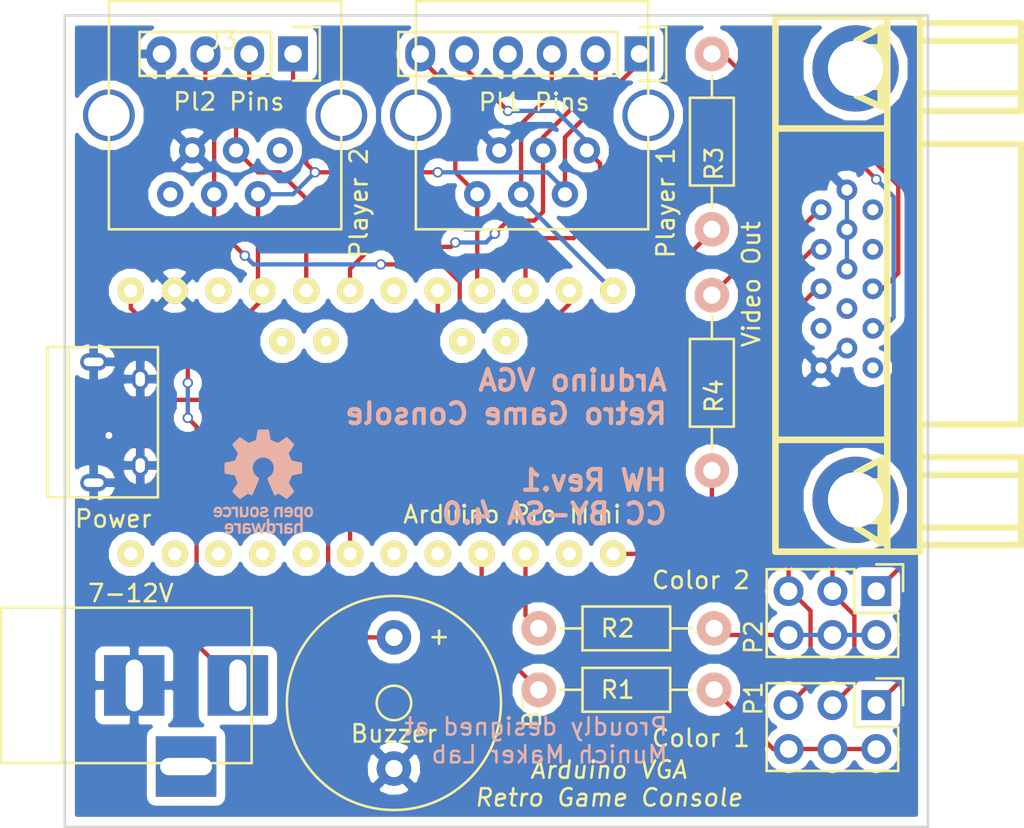
<source format=kicad_pcb>
(kicad_pcb (version 4) (host pcbnew 4.0.5)

  (general
    (links 53)
    (no_connects 0)
    (area 79.924999 59.924999 130.075001 107.075001)
    (thickness 1.6)
    (drawings 7)
    (tracks 179)
    (zones 0)
    (modules 16)
    (nets 22)
  )

  (page A4)
  (layers
    (0 F.Cu signal)
    (31 B.Cu signal)
    (32 B.Adhes user)
    (33 F.Adhes user)
    (34 B.Paste user)
    (35 F.Paste user)
    (36 B.SilkS user)
    (37 F.SilkS user)
    (38 B.Mask user)
    (39 F.Mask user)
    (40 Dwgs.User user)
    (41 Cmts.User user)
    (42 Eco1.User user)
    (43 Eco2.User user)
    (44 Edge.Cuts user)
    (45 Margin user)
    (46 B.CrtYd user)
    (47 F.CrtYd user)
    (48 B.Fab user)
    (49 F.Fab user)
  )

  (setup
    (last_trace_width 0.25)
    (trace_clearance 0.2)
    (zone_clearance 0.508)
    (zone_45_only no)
    (trace_min 0.2)
    (segment_width 0.2)
    (edge_width 0.15)
    (via_size 0.6)
    (via_drill 0.4)
    (via_min_size 0.4)
    (via_min_drill 0.3)
    (uvia_size 0.3)
    (uvia_drill 0.1)
    (uvias_allowed no)
    (uvia_min_size 0.2)
    (uvia_min_drill 0.1)
    (pcb_text_width 0.3)
    (pcb_text_size 1.5 1.5)
    (mod_edge_width 0.15)
    (mod_text_size 1 1)
    (mod_text_width 0.15)
    (pad_size 1.524 1.524)
    (pad_drill 0.762)
    (pad_to_mask_clearance 0.2)
    (aux_axis_origin 0 0)
    (visible_elements FFFFFF7F)
    (pcbplotparams
      (layerselection 0x00030_80000001)
      (usegerberextensions false)
      (excludeedgelayer true)
      (linewidth 0.100000)
      (plotframeref false)
      (viasonmask false)
      (mode 1)
      (useauxorigin false)
      (hpglpennumber 1)
      (hpglpenspeed 20)
      (hpglpendiameter 15)
      (hpglpenoverlay 2)
      (psnegative false)
      (psa4output false)
      (plotreference true)
      (plotvalue true)
      (plotinvisibletext false)
      (padsonsilk false)
      (subtractmaskfromsilk false)
      (outputformat 1)
      (mirror false)
      (drillshape 1)
      (scaleselection 1)
      (outputdirectory ""))
  )

  (net 0 "")
  (net 1 "Net-(CON1-Pad1)")
  (net 2 "Net-(J1-Pad3)")
  (net 3 "Net-(J1-Pad2)")
  (net 4 "Net-(J1-Pad1)")
  (net 5 GND)
  (net 6 "Net-(J1-Pad13)")
  (net 7 "Net-(J1-Pad14)")
  (net 8 "Net-(P1-Pad2)")
  (net 9 "Net-(P2-Pad2)")
  (net 10 "Net-(R1-Pad1)")
  (net 11 "Net-(R2-Pad1)")
  (net 12 "Net-(R3-Pad1)")
  (net 13 "Net-(R4-Pad1)")
  (net 14 "Net-(BZ1-Pad1)")
  (net 15 P1.2)
  (net 16 VCC)
  (net 17 P1.4)
  (net 18 P1.3)
  (net 19 P1.1)
  (net 20 P2.2)
  (net 21 P2.1)

  (net_class Default "This is the default net class."
    (clearance 0.2)
    (trace_width 0.25)
    (via_dia 0.6)
    (via_drill 0.4)
    (uvia_dia 0.3)
    (uvia_drill 0.1)
    (add_net GND)
    (add_net "Net-(BZ1-Pad1)")
    (add_net "Net-(CON1-Pad1)")
    (add_net "Net-(J1-Pad1)")
    (add_net "Net-(J1-Pad13)")
    (add_net "Net-(J1-Pad14)")
    (add_net "Net-(J1-Pad2)")
    (add_net "Net-(J1-Pad3)")
    (add_net "Net-(P1-Pad2)")
    (add_net "Net-(P2-Pad2)")
    (add_net "Net-(R1-Pad1)")
    (add_net "Net-(R2-Pad1)")
    (add_net "Net-(R3-Pad1)")
    (add_net "Net-(R4-Pad1)")
    (add_net P1.1)
    (add_net P1.2)
    (add_net P1.3)
    (add_net P1.4)
    (add_net P2.1)
    (add_net P2.2)
    (add_net VCC)
  )

  (module Connectors:RJ12_E (layer F.Cu) (tedit 58C5BD8C) (tstamp 58C51168)
    (at 89.154 61.468 180)
    (path /58C513F2)
    (fp_text reference J3 (at 0 0 180) (layer F.SilkS)
      (effects (font (size 1 1) (thickness 0.15)))
    )
    (fp_text value "Player 2" (at -7.874 -9.398 270) (layer F.SilkS)
      (effects (font (size 1 1) (thickness 0.15)))
    )
    (fp_line (start -6.858 -10.922) (end -6.858 2.286) (layer F.SilkS) (width 0.15))
    (fp_line (start 6.604 -10.922) (end 6.604 2.286) (layer F.SilkS) (width 0.15))
    (fp_line (start -6.858 2.286) (end 6.604 2.286) (layer F.SilkS) (width 0.15))
    (fp_line (start 5.842 -10.922) (end 6.604 -10.922) (layer F.SilkS) (width 0.15))
    (fp_line (start -6.858 -10.922) (end 5.842 -10.922) (layer F.SilkS) (width 0.15))
    (pad 4 thru_hole circle (at 0.508 -8.89 180) (size 1.524 1.524) (drill 0.8128) (layers *.Cu *.Mask)
      (net 20 P2.2))
    (pad 2 thru_hole circle (at -2.032 -8.89 180) (size 1.524 1.524) (drill 0.8128) (layers *.Cu *.Mask)
      (net 16 VCC))
    (pad 6 thru_hole circle (at 3.048 -8.89 180) (size 1.524 1.524) (drill 0.8128) (layers *.Cu *.Mask))
    (pad 1 thru_hole circle (at -3.302 -6.35 180) (size 1.524 1.524) (drill 0.8128) (layers *.Cu *.Mask))
    (pad 3 thru_hole circle (at -0.762 -6.35 180) (size 1.524 1.524) (drill 0.8128) (layers *.Cu *.Mask)
      (net 21 P2.1))
    (pad 5 thru_hole circle (at 1.778 -6.35 180) (size 1.524 1.524) (drill 0.8128) (layers *.Cu *.Mask)
      (net 5 GND))
    (pad 8 thru_hole circle (at 6.604 -4.318 180) (size 2.99974 2.99974) (drill 2.4) (layers *.Cu *.Mask))
    (pad 7 thru_hole circle (at -6.858 -4.318 180) (size 2.99974 2.99974) (drill 2.4) (layers *.Cu *.Mask))
  )

  (module Connectors:RJ12_E (layer F.Cu) (tedit 58C5BD77) (tstamp 58C5115C)
    (at 106.934 61.468 180)
    (path /58C51382)
    (fp_text reference J2 (at 0 0 180) (layer F.SilkS) hide
      (effects (font (size 1 1) (thickness 0.15)))
    )
    (fp_text value "Player 1" (at -7.874 -9.398 270) (layer F.SilkS)
      (effects (font (size 1 1) (thickness 0.15)))
    )
    (fp_line (start -6.858 -10.922) (end -6.858 2.286) (layer F.SilkS) (width 0.15))
    (fp_line (start 6.604 -10.922) (end 6.604 2.286) (layer F.SilkS) (width 0.15))
    (fp_line (start -6.858 2.286) (end 6.604 2.286) (layer F.SilkS) (width 0.15))
    (fp_line (start 5.842 -10.922) (end 6.604 -10.922) (layer F.SilkS) (width 0.15))
    (fp_line (start -6.858 -10.922) (end 5.842 -10.922) (layer F.SilkS) (width 0.15))
    (pad 4 thru_hole circle (at 0.508 -8.89 180) (size 1.524 1.524) (drill 0.8128) (layers *.Cu *.Mask)
      (net 15 P1.2))
    (pad 2 thru_hole circle (at -2.032 -8.89 180) (size 1.524 1.524) (drill 0.8128) (layers *.Cu *.Mask)
      (net 16 VCC))
    (pad 6 thru_hole circle (at 3.048 -8.89 180) (size 1.524 1.524) (drill 0.8128) (layers *.Cu *.Mask)
      (net 17 P1.4))
    (pad 1 thru_hole circle (at -3.302 -6.35 180) (size 1.524 1.524) (drill 0.8128) (layers *.Cu *.Mask)
      (net 18 P1.3))
    (pad 3 thru_hole circle (at -0.762 -6.35 180) (size 1.524 1.524) (drill 0.8128) (layers *.Cu *.Mask)
      (net 19 P1.1))
    (pad 5 thru_hole circle (at 1.778 -6.35 180) (size 1.524 1.524) (drill 0.8128) (layers *.Cu *.Mask)
      (net 5 GND))
    (pad 8 thru_hole circle (at 6.604 -4.318 180) (size 2.99974 2.99974) (drill 2.4) (layers *.Cu *.Mask))
    (pad 7 thru_hole circle (at -6.858 -4.318 180) (size 2.99974 2.99974) (drill 2.4) (layers *.Cu *.Mask))
  )

  (module Connectors:BARREL_JACK (layer F.Cu) (tedit 58C5AD7E) (tstamp 58C5113B)
    (at 83.82 98.806)
    (descr "DC Barrel Jack")
    (tags "Power Jack")
    (path /58C51190)
    (fp_text reference CON1 (at 10.09904 0 90) (layer F.SilkS) hide
      (effects (font (size 1 1) (thickness 0.15)))
    )
    (fp_text value 7-12V (at 0 -5.334) (layer F.SilkS)
      (effects (font (size 1 1) (thickness 0.15)))
    )
    (fp_line (start -4.0005 -4.50088) (end -4.0005 4.50088) (layer F.SilkS) (width 0.15))
    (fp_line (start -7.50062 -4.50088) (end -7.50062 4.50088) (layer F.SilkS) (width 0.15))
    (fp_line (start -7.50062 4.50088) (end 7.00024 4.50088) (layer F.SilkS) (width 0.15))
    (fp_line (start 7.00024 4.50088) (end 7.00024 -4.50088) (layer F.SilkS) (width 0.15))
    (fp_line (start 7.00024 -4.50088) (end -7.50062 -4.50088) (layer F.SilkS) (width 0.15))
    (pad 1 thru_hole rect (at 6.20014 0) (size 3.50012 3.50012) (drill oval 1.00076 2.99974) (layers *.Cu *.Mask)
      (net 1 "Net-(CON1-Pad1)"))
    (pad 2 thru_hole rect (at 0.20066 0) (size 3.50012 3.50012) (drill oval 1.00076 2.99974) (layers *.Cu *.Mask)
      (net 5 GND))
    (pad 3 thru_hole rect (at 3.2004 4.699) (size 3.50012 3.50012) (drill oval 2.99974 1.00076) (layers *.Cu *.Mask))
  )

  (module w_conn_pc:DB_15F-VGA (layer F.Cu) (tedit 58C5AD43) (tstamp 58C51150)
    (at 128.27 75.565 90)
    (descr "D-SUB 15 pin VGA socket, Tyco P/N 440467-1")
    (path /58C50A29)
    (fp_text reference J1 (at 0 4.699 90) (layer F.SilkS) hide
      (effects (font (thickness 0.3048)))
    )
    (fp_text value "Video Out" (at 0 -8.509 90) (layer F.SilkS)
      (effects (font (size 1 1) (thickness 0.15)))
    )
    (fp_line (start -10.033 1.27) (end -10.033 7.112) (layer F.SilkS) (width 0.381))
    (fp_line (start -10.922 -2.413) (end -10.16 -1.016) (layer F.SilkS) (width 0.381))
    (fp_line (start -14.097 -2.413) (end -14.986 -1.016) (layer F.SilkS) (width 0.381))
    (fp_line (start -9.017 -7.112) (end -9.017 -0.635) (layer F.SilkS) (width 0.381))
    (fp_line (start -15.494 1.27) (end -15.494 -7.112) (layer F.SilkS) (width 0.381))
    (fp_line (start 15.494 -7.112) (end 15.494 1.27) (layer F.SilkS) (width 0.381))
    (fp_line (start 15.494 -7.112) (end -15.494 -7.112) (layer F.SilkS) (width 0.381))
    (fp_line (start 9.017 -0.635) (end 9.017 -7.112) (layer F.SilkS) (width 0.381))
    (fp_line (start 14.097 -2.413) (end 14.859 -1.016) (layer F.SilkS) (width 0.381))
    (fp_line (start 10.922 -2.413) (end 10.287 -1.016) (layer F.SilkS) (width 0.381))
    (fp_line (start 10.922 -2.413) (end 14.097 -2.413) (layer F.SilkS) (width 0.381))
    (fp_line (start -14.097 -2.413) (end -10.922 -2.413) (layer F.SilkS) (width 0.381))
    (fp_line (start 14.859 -1.016) (end 10.287 -1.016) (layer F.SilkS) (width 0.381))
    (fp_line (start 10.287 -1.016) (end 10.287 -0.762) (layer F.SilkS) (width 0.381))
    (fp_line (start 10.287 -0.762) (end 14.859 -0.762) (layer F.SilkS) (width 0.381))
    (fp_line (start 14.859 -0.762) (end 14.859 -1.016) (layer F.SilkS) (width 0.381))
    (fp_line (start -10.16 -1.016) (end -14.986 -1.016) (layer F.SilkS) (width 0.381))
    (fp_line (start -14.986 -1.016) (end -14.986 -0.762) (layer F.SilkS) (width 0.381))
    (fp_line (start -14.986 -0.762) (end -10.16 -0.762) (layer F.SilkS) (width 0.381))
    (fp_line (start -10.16 -0.762) (end -10.16 -1.016) (layer F.SilkS) (width 0.381))
    (fp_line (start 11.43 -0.635) (end 11.43 -3.175) (layer F.SilkS) (width 0.381))
    (fp_line (start 11.43 -3.175) (end 13.716 -3.175) (layer F.SilkS) (width 0.381))
    (fp_line (start 13.716 -3.175) (end 13.716 -0.635) (layer F.SilkS) (width 0.381))
    (fp_line (start -13.716 -0.635) (end -13.716 -3.175) (layer F.SilkS) (width 0.381))
    (fp_line (start -13.716 -3.175) (end -11.43 -3.175) (layer F.SilkS) (width 0.381))
    (fp_line (start -11.43 -3.175) (end -11.43 -0.635) (layer F.SilkS) (width 0.381))
    (fp_line (start -15.494 -0.635) (end 15.494 -0.635) (layer F.SilkS) (width 0.381))
    (fp_line (start -11.049 1.27) (end -11.049 7.112) (layer F.SilkS) (width 0.381))
    (fp_line (start -14.097 1.27) (end -14.097 7.112) (layer F.SilkS) (width 0.381))
    (fp_line (start 14.097 1.27) (end 14.097 7.112) (layer F.SilkS) (width 0.381))
    (fp_line (start 11.049 1.27) (end 11.049 7.112) (layer F.SilkS) (width 0.381))
    (fp_line (start 10.033 1.27) (end 10.033 7.112) (layer F.SilkS) (width 0.381))
    (fp_line (start 10.033 7.112) (end 15.113 7.112) (layer F.SilkS) (width 0.381))
    (fp_line (start 15.113 7.112) (end 15.113 1.397) (layer F.SilkS) (width 0.381))
    (fp_line (start -15.113 1.27) (end -15.113 7.112) (layer F.SilkS) (width 0.381))
    (fp_line (start -15.113 7.112) (end -10.033 7.112) (layer F.SilkS) (width 0.381))
    (fp_line (start -8.128 1.27) (end -8.128 7.112) (layer F.SilkS) (width 0.381))
    (fp_line (start -8.128 7.112) (end 8.128 7.112) (layer F.SilkS) (width 0.381))
    (fp_line (start 8.128 7.112) (end 8.128 1.27) (layer F.SilkS) (width 0.381))
    (fp_line (start -15.494 1.27) (end 15.494 1.27) (layer F.SilkS) (width 0.381))
    (pad "" thru_hole circle (at 12.49426 -2.47142 90) (size 5.00126 5.00126) (drill 3.2004) (layers *.Cu *.Mask))
    (pad 3 thru_hole circle (at -0.2667 -4.4704 90) (size 1.19888 1.19888) (drill 0.65024) (layers *.Cu *.Mask)
      (net 2 "Net-(J1-Pad3)"))
    (pad 2 thru_hole circle (at 2.0193 -4.4704 90) (size 1.19888 1.19888) (drill 0.65024) (layers *.Cu *.Mask)
      (net 3 "Net-(J1-Pad2)"))
    (pad 1 thru_hole circle (at 4.31038 -4.4704 90) (size 1.19888 1.19888) (drill 0.65024) (layers *.Cu *.Mask)
      (net 4 "Net-(J1-Pad1)"))
    (pad 4 thru_hole circle (at -2.56032 -4.4704 90) (size 1.19888 1.19888) (drill 0.65024) (layers *.Cu *.Mask))
    (pad 5 thru_hole circle (at -4.84886 -4.4704 90) (size 1.19888 1.19888) (drill 0.65024) (layers *.Cu *.Mask)
      (net 5 GND))
    (pad 9 thru_hole circle (at -1.41478 -2.9718 90) (size 1.19888 1.19888) (drill 0.65024) (layers *.Cu *.Mask))
    (pad 8 thru_hole circle (at 0.87376 -2.9718 90) (size 1.19888 1.19888) (drill 0.65024) (layers *.Cu *.Mask)
      (net 5 GND))
    (pad 7 thru_hole circle (at 3.16484 -2.9718 90) (size 1.19888 1.19888) (drill 0.65024) (layers *.Cu *.Mask)
      (net 5 GND))
    (pad 6 thru_hole circle (at 5.45592 -2.9718 90) (size 1.19888 1.19888) (drill 0.65024) (layers *.Cu *.Mask)
      (net 5 GND))
    (pad "" thru_hole circle (at -12.49426 -2.47142 90) (size 5.00126 5.00126) (drill 3.2004) (layers *.Cu *.Mask))
    (pad 10 thru_hole circle (at -3.70586 -2.9718 90) (size 1.19888 1.19888) (drill 0.65024) (layers *.Cu *.Mask)
      (net 5 GND))
    (pad 11 thru_hole circle (at 4.31038 -1.47066 90) (size 1.19888 1.19888) (drill 0.65024) (layers *.Cu *.Mask))
    (pad 12 thru_hole circle (at 2.0193 -1.47066 90) (size 1.19888 1.19888) (drill 0.65024) (layers *.Cu *.Mask))
    (pad 13 thru_hole circle (at -0.26924 -1.4732 90) (size 1.19888 1.19888) (drill 0.65024) (layers *.Cu *.Mask)
      (net 6 "Net-(J1-Pad13)"))
    (pad 14 thru_hole circle (at -2.56032 -1.47066 90) (size 1.19888 1.19888) (drill 0.65024) (layers *.Cu *.Mask)
      (net 7 "Net-(J1-Pad14)"))
    (pad 15 thru_hole circle (at -4.84886 -1.47066 90) (size 1.19888 1.19888) (drill 0.65024) (layers *.Cu *.Mask))
    (model walter/conn_pc/db_15-vga.wrl
      (at (xyz 0 0 0))
      (scale (xyz 1 1 1))
      (rotate (xyz 0 0 0))
    )
  )

  (module Pin_Headers:Pin_Header_Straight_2x03 (layer F.Cu) (tedit 58C5AD85) (tstamp 58C51172)
    (at 127 99.949 270)
    (descr "Through hole pin header")
    (tags "pin header")
    (path /58C50D43)
    (fp_text reference P1 (at -0.381 7.112 270) (layer F.SilkS)
      (effects (font (size 1 1) (thickness 0.15)))
    )
    (fp_text value "Color 1" (at 1.905 10.16 360) (layer F.SilkS)
      (effects (font (size 1 1) (thickness 0.15)))
    )
    (fp_line (start -1.27 1.27) (end -1.27 6.35) (layer F.SilkS) (width 0.15))
    (fp_line (start -1.55 -1.55) (end 0 -1.55) (layer F.SilkS) (width 0.15))
    (fp_line (start -1.75 -1.75) (end -1.75 6.85) (layer F.CrtYd) (width 0.05))
    (fp_line (start 4.3 -1.75) (end 4.3 6.85) (layer F.CrtYd) (width 0.05))
    (fp_line (start -1.75 -1.75) (end 4.3 -1.75) (layer F.CrtYd) (width 0.05))
    (fp_line (start -1.75 6.85) (end 4.3 6.85) (layer F.CrtYd) (width 0.05))
    (fp_line (start 1.27 -1.27) (end 1.27 1.27) (layer F.SilkS) (width 0.15))
    (fp_line (start 1.27 1.27) (end -1.27 1.27) (layer F.SilkS) (width 0.15))
    (fp_line (start -1.27 6.35) (end 3.81 6.35) (layer F.SilkS) (width 0.15))
    (fp_line (start 3.81 6.35) (end 3.81 1.27) (layer F.SilkS) (width 0.15))
    (fp_line (start -1.55 -1.55) (end -1.55 0) (layer F.SilkS) (width 0.15))
    (fp_line (start 3.81 -1.27) (end 1.27 -1.27) (layer F.SilkS) (width 0.15))
    (fp_line (start 3.81 1.27) (end 3.81 -1.27) (layer F.SilkS) (width 0.15))
    (pad 1 thru_hole rect (at 0 0 270) (size 1.7272 1.7272) (drill 1.016) (layers *.Cu *.Mask)
      (net 2 "Net-(J1-Pad3)"))
    (pad 2 thru_hole oval (at 2.54 0 270) (size 1.7272 1.7272) (drill 1.016) (layers *.Cu *.Mask)
      (net 8 "Net-(P1-Pad2)"))
    (pad 3 thru_hole oval (at 0 2.54 270) (size 1.7272 1.7272) (drill 1.016) (layers *.Cu *.Mask)
      (net 3 "Net-(J1-Pad2)"))
    (pad 4 thru_hole oval (at 2.54 2.54 270) (size 1.7272 1.7272) (drill 1.016) (layers *.Cu *.Mask)
      (net 8 "Net-(P1-Pad2)"))
    (pad 5 thru_hole oval (at 0 5.08 270) (size 1.7272 1.7272) (drill 1.016) (layers *.Cu *.Mask)
      (net 4 "Net-(J1-Pad1)"))
    (pad 6 thru_hole oval (at 2.54 5.08 270) (size 1.7272 1.7272) (drill 1.016) (layers *.Cu *.Mask)
      (net 8 "Net-(P1-Pad2)"))
    (model Pin_Headers.3dshapes/Pin_Header_Straight_2x03.wrl
      (at (xyz 0.05 -0.1 0))
      (scale (xyz 1 1 1))
      (rotate (xyz 0 0 90))
    )
  )

  (module Pin_Headers:Pin_Header_Straight_2x03 (layer F.Cu) (tedit 58C5AD4E) (tstamp 58C5117C)
    (at 127 93.345 270)
    (descr "Through hole pin header")
    (tags "pin header")
    (path /58C50D09)
    (fp_text reference P2 (at 2.667 7.112 270) (layer F.SilkS)
      (effects (font (size 1 1) (thickness 0.15)))
    )
    (fp_text value "Color 2" (at -0.635 10.16 360) (layer F.SilkS)
      (effects (font (size 1 1) (thickness 0.15)))
    )
    (fp_line (start -1.27 1.27) (end -1.27 6.35) (layer F.SilkS) (width 0.15))
    (fp_line (start -1.55 -1.55) (end 0 -1.55) (layer F.SilkS) (width 0.15))
    (fp_line (start -1.75 -1.75) (end -1.75 6.85) (layer F.CrtYd) (width 0.05))
    (fp_line (start 4.3 -1.75) (end 4.3 6.85) (layer F.CrtYd) (width 0.05))
    (fp_line (start -1.75 -1.75) (end 4.3 -1.75) (layer F.CrtYd) (width 0.05))
    (fp_line (start -1.75 6.85) (end 4.3 6.85) (layer F.CrtYd) (width 0.05))
    (fp_line (start 1.27 -1.27) (end 1.27 1.27) (layer F.SilkS) (width 0.15))
    (fp_line (start 1.27 1.27) (end -1.27 1.27) (layer F.SilkS) (width 0.15))
    (fp_line (start -1.27 6.35) (end 3.81 6.35) (layer F.SilkS) (width 0.15))
    (fp_line (start 3.81 6.35) (end 3.81 1.27) (layer F.SilkS) (width 0.15))
    (fp_line (start -1.55 -1.55) (end -1.55 0) (layer F.SilkS) (width 0.15))
    (fp_line (start 3.81 -1.27) (end 1.27 -1.27) (layer F.SilkS) (width 0.15))
    (fp_line (start 3.81 1.27) (end 3.81 -1.27) (layer F.SilkS) (width 0.15))
    (pad 1 thru_hole rect (at 0 0 270) (size 1.7272 1.7272) (drill 1.016) (layers *.Cu *.Mask)
      (net 2 "Net-(J1-Pad3)"))
    (pad 2 thru_hole oval (at 2.54 0 270) (size 1.7272 1.7272) (drill 1.016) (layers *.Cu *.Mask)
      (net 9 "Net-(P2-Pad2)"))
    (pad 3 thru_hole oval (at 0 2.54 270) (size 1.7272 1.7272) (drill 1.016) (layers *.Cu *.Mask)
      (net 3 "Net-(J1-Pad2)"))
    (pad 4 thru_hole oval (at 2.54 2.54 270) (size 1.7272 1.7272) (drill 1.016) (layers *.Cu *.Mask)
      (net 9 "Net-(P2-Pad2)"))
    (pad 5 thru_hole oval (at 0 5.08 270) (size 1.7272 1.7272) (drill 1.016) (layers *.Cu *.Mask)
      (net 4 "Net-(J1-Pad1)"))
    (pad 6 thru_hole oval (at 2.54 5.08 270) (size 1.7272 1.7272) (drill 1.016) (layers *.Cu *.Mask)
      (net 9 "Net-(P2-Pad2)"))
    (model Pin_Headers.3dshapes/Pin_Header_Straight_2x03.wrl
      (at (xyz 0.05 -0.1 0))
      (scale (xyz 1 1 1))
      (rotate (xyz 0 0 90))
    )
  )

  (module Resistors_THT:Resistor_Horizontal_RM10mm (layer F.Cu) (tedit 58C5AC0C) (tstamp 58C51196)
    (at 107.442 99.06)
    (descr "Resistor, Axial,  RM 10mm, 1/3W")
    (tags "Resistor Axial RM 10mm 1/3W")
    (path /58C50D9C)
    (fp_text reference R1 (at 4.572 0) (layer F.SilkS)
      (effects (font (size 1 1) (thickness 0.15)))
    )
    (fp_text value 470 (at 5.08 3.81) (layer F.Fab) hide
      (effects (font (size 1 1) (thickness 0.15)))
    )
    (fp_line (start -1.25 -1.5) (end 11.4 -1.5) (layer F.CrtYd) (width 0.05))
    (fp_line (start -1.25 1.5) (end -1.25 -1.5) (layer F.CrtYd) (width 0.05))
    (fp_line (start 11.4 -1.5) (end 11.4 1.5) (layer F.CrtYd) (width 0.05))
    (fp_line (start -1.25 1.5) (end 11.4 1.5) (layer F.CrtYd) (width 0.05))
    (fp_line (start 2.54 -1.27) (end 7.62 -1.27) (layer F.SilkS) (width 0.15))
    (fp_line (start 7.62 -1.27) (end 7.62 1.27) (layer F.SilkS) (width 0.15))
    (fp_line (start 7.62 1.27) (end 2.54 1.27) (layer F.SilkS) (width 0.15))
    (fp_line (start 2.54 1.27) (end 2.54 -1.27) (layer F.SilkS) (width 0.15))
    (fp_line (start 2.54 0) (end 1.27 0) (layer F.SilkS) (width 0.15))
    (fp_line (start 7.62 0) (end 8.89 0) (layer F.SilkS) (width 0.15))
    (pad 1 thru_hole circle (at 0 0) (size 1.99898 1.99898) (drill 1.00076) (layers *.Cu *.SilkS *.Mask)
      (net 10 "Net-(R1-Pad1)"))
    (pad 2 thru_hole circle (at 10.16 0) (size 1.99898 1.99898) (drill 1.00076) (layers *.Cu *.SilkS *.Mask)
      (net 8 "Net-(P1-Pad2)"))
    (model Resistors_ThroughHole.3dshapes/Resistor_Horizontal_RM10mm.wrl
      (at (xyz 0.2 0 0))
      (scale (xyz 0.4 0.4 0.4))
      (rotate (xyz 0 0 0))
    )
  )

  (module Resistors_THT:Resistor_Horizontal_RM10mm (layer F.Cu) (tedit 58C5AC12) (tstamp 58C5119C)
    (at 107.442 95.504)
    (descr "Resistor, Axial,  RM 10mm, 1/3W")
    (tags "Resistor Axial RM 10mm 1/3W")
    (path /58C50DF5)
    (fp_text reference R2 (at 4.572 0) (layer F.SilkS)
      (effects (font (size 1 1) (thickness 0.15)))
    )
    (fp_text value 470 (at 5.08 3.81) (layer F.Fab) hide
      (effects (font (size 1 1) (thickness 0.15)))
    )
    (fp_line (start -1.25 -1.5) (end 11.4 -1.5) (layer F.CrtYd) (width 0.05))
    (fp_line (start -1.25 1.5) (end -1.25 -1.5) (layer F.CrtYd) (width 0.05))
    (fp_line (start 11.4 -1.5) (end 11.4 1.5) (layer F.CrtYd) (width 0.05))
    (fp_line (start -1.25 1.5) (end 11.4 1.5) (layer F.CrtYd) (width 0.05))
    (fp_line (start 2.54 -1.27) (end 7.62 -1.27) (layer F.SilkS) (width 0.15))
    (fp_line (start 7.62 -1.27) (end 7.62 1.27) (layer F.SilkS) (width 0.15))
    (fp_line (start 7.62 1.27) (end 2.54 1.27) (layer F.SilkS) (width 0.15))
    (fp_line (start 2.54 1.27) (end 2.54 -1.27) (layer F.SilkS) (width 0.15))
    (fp_line (start 2.54 0) (end 1.27 0) (layer F.SilkS) (width 0.15))
    (fp_line (start 7.62 0) (end 8.89 0) (layer F.SilkS) (width 0.15))
    (pad 1 thru_hole circle (at 0 0) (size 1.99898 1.99898) (drill 1.00076) (layers *.Cu *.SilkS *.Mask)
      (net 11 "Net-(R2-Pad1)"))
    (pad 2 thru_hole circle (at 10.16 0) (size 1.99898 1.99898) (drill 1.00076) (layers *.Cu *.SilkS *.Mask)
      (net 9 "Net-(P2-Pad2)"))
    (model Resistors_ThroughHole.3dshapes/Resistor_Horizontal_RM10mm.wrl
      (at (xyz 0.2 0 0))
      (scale (xyz 0.4 0.4 0.4))
      (rotate (xyz 0 0 0))
    )
  )

  (module Resistors_THT:Resistor_Horizontal_RM10mm (layer F.Cu) (tedit 58C5AD0D) (tstamp 58C511A2)
    (at 117.475 72.39 90)
    (descr "Resistor, Axial,  RM 10mm, 1/3W")
    (tags "Resistor Axial RM 10mm 1/3W")
    (path /58C50BD1)
    (fp_text reference R3 (at 3.81 0.127 90) (layer F.SilkS)
      (effects (font (size 1 1) (thickness 0.15)))
    )
    (fp_text value 68 (at 5.08 3.81 90) (layer F.Fab) hide
      (effects (font (size 1 1) (thickness 0.15)))
    )
    (fp_line (start -1.25 -1.5) (end 11.4 -1.5) (layer F.CrtYd) (width 0.05))
    (fp_line (start -1.25 1.5) (end -1.25 -1.5) (layer F.CrtYd) (width 0.05))
    (fp_line (start 11.4 -1.5) (end 11.4 1.5) (layer F.CrtYd) (width 0.05))
    (fp_line (start -1.25 1.5) (end 11.4 1.5) (layer F.CrtYd) (width 0.05))
    (fp_line (start 2.54 -1.27) (end 7.62 -1.27) (layer F.SilkS) (width 0.15))
    (fp_line (start 7.62 -1.27) (end 7.62 1.27) (layer F.SilkS) (width 0.15))
    (fp_line (start 7.62 1.27) (end 2.54 1.27) (layer F.SilkS) (width 0.15))
    (fp_line (start 2.54 1.27) (end 2.54 -1.27) (layer F.SilkS) (width 0.15))
    (fp_line (start 2.54 0) (end 1.27 0) (layer F.SilkS) (width 0.15))
    (fp_line (start 7.62 0) (end 8.89 0) (layer F.SilkS) (width 0.15))
    (pad 1 thru_hole circle (at 0 0 90) (size 1.99898 1.99898) (drill 1.00076) (layers *.Cu *.SilkS *.Mask)
      (net 12 "Net-(R3-Pad1)"))
    (pad 2 thru_hole circle (at 10.16 0 90) (size 1.99898 1.99898) (drill 1.00076) (layers *.Cu *.SilkS *.Mask)
      (net 6 "Net-(J1-Pad13)"))
    (model Resistors_ThroughHole.3dshapes/Resistor_Horizontal_RM10mm.wrl
      (at (xyz 0.2 0 0))
      (scale (xyz 0.4 0.4 0.4))
      (rotate (xyz 0 0 0))
    )
  )

  (module Resistors_THT:Resistor_Horizontal_RM10mm (layer F.Cu) (tedit 58C5ACFB) (tstamp 58C511A8)
    (at 117.475 86.36 90)
    (descr "Resistor, Axial,  RM 10mm, 1/3W")
    (tags "Resistor Axial RM 10mm 1/3W")
    (path /58C50C2E)
    (fp_text reference R4 (at 4.318 0.127 90) (layer F.SilkS)
      (effects (font (size 1 1) (thickness 0.15)))
    )
    (fp_text value 68 (at 5.08 3.81 90) (layer F.Fab) hide
      (effects (font (size 1 1) (thickness 0.15)))
    )
    (fp_line (start -1.25 -1.5) (end 11.4 -1.5) (layer F.CrtYd) (width 0.05))
    (fp_line (start -1.25 1.5) (end -1.25 -1.5) (layer F.CrtYd) (width 0.05))
    (fp_line (start 11.4 -1.5) (end 11.4 1.5) (layer F.CrtYd) (width 0.05))
    (fp_line (start -1.25 1.5) (end 11.4 1.5) (layer F.CrtYd) (width 0.05))
    (fp_line (start 2.54 -1.27) (end 7.62 -1.27) (layer F.SilkS) (width 0.15))
    (fp_line (start 7.62 -1.27) (end 7.62 1.27) (layer F.SilkS) (width 0.15))
    (fp_line (start 7.62 1.27) (end 2.54 1.27) (layer F.SilkS) (width 0.15))
    (fp_line (start 2.54 1.27) (end 2.54 -1.27) (layer F.SilkS) (width 0.15))
    (fp_line (start 2.54 0) (end 1.27 0) (layer F.SilkS) (width 0.15))
    (fp_line (start 7.62 0) (end 8.89 0) (layer F.SilkS) (width 0.15))
    (pad 1 thru_hole circle (at 0 0 90) (size 1.99898 1.99898) (drill 1.00076) (layers *.Cu *.SilkS *.Mask)
      (net 13 "Net-(R4-Pad1)"))
    (pad 2 thru_hole circle (at 10.16 0 90) (size 1.99898 1.99898) (drill 1.00076) (layers *.Cu *.SilkS *.Mask)
      (net 7 "Net-(J1-Pad14)"))
    (model Resistors_ThroughHole.3dshapes/Resistor_Horizontal_RM10mm.wrl
      (at (xyz 0.2 0 0))
      (scale (xyz 0.4 0.4 0.4))
      (rotate (xyz 0 0 0))
    )
  )

  (module ArduProMiniTKB:ArduProMini-6 (layer F.Cu) (tedit 58C5AC54) (tstamp 58C511C8)
    (at 77.47 93.726 90)
    (path /58C50A7D)
    (fp_text reference uP1 (at 11.43 1.27 90) (layer F.SilkS) hide
      (effects (font (size 1.5 1.5) (thickness 0.15)))
    )
    (fp_text value "Arduino Pro Mini" (at 4.826 28.448 180) (layer F.SilkS)
      (effects (font (size 1 1) (thickness 0.15)))
    )
    (pad 7 thru_hole circle (at 2.54 6.35 90) (size 1.524 1.524) (drill 0.762) (layers *.Cu *.Mask F.SilkS))
    (pad 8 thru_hole circle (at 2.54 8.89 90) (size 1.524 1.524) (drill 0.762) (layers *.Cu *.Mask F.SilkS))
    (pad 9 thru_hole circle (at 2.54 11.43 90) (size 1.524 1.524) (drill 0.762) (layers *.Cu *.Mask F.SilkS))
    (pad 10 thru_hole circle (at 2.54 13.97 90) (size 1.524 1.524) (drill 0.762) (layers *.Cu *.Mask F.SilkS))
    (pad 11 thru_hole circle (at 2.54 16.51 90) (size 1.524 1.524) (drill 0.762) (layers *.Cu *.Mask F.SilkS))
    (pad 12 thru_hole circle (at 2.54 19.05 90) (size 1.524 1.524) (drill 0.762) (layers *.Cu *.Mask F.SilkS)
      (net 12 "Net-(R3-Pad1)"))
    (pad 13 thru_hole circle (at 2.54 21.59 90) (size 1.524 1.524) (drill 0.762) (layers *.Cu *.Mask F.SilkS))
    (pad 14 thru_hole circle (at 2.54 24.13 90) (size 1.524 1.524) (drill 0.762) (layers *.Cu *.Mask F.SilkS))
    (pad 15 thru_hole circle (at 2.54 26.67 90) (size 1.524 1.524) (drill 0.762) (layers *.Cu *.Mask F.SilkS)
      (net 10 "Net-(R1-Pad1)"))
    (pad 16 thru_hole circle (at 2.54 29.21 90) (size 1.524 1.524) (drill 0.762) (layers *.Cu *.Mask F.SilkS)
      (net 11 "Net-(R2-Pad1)"))
    (pad 17 thru_hole circle (at 2.54 31.75 90) (size 1.524 1.524) (drill 0.762) (layers *.Cu *.Mask F.SilkS))
    (pad 18 thru_hole circle (at 2.54 34.29 90) (size 1.524 1.524) (drill 0.762) (layers *.Cu *.Mask F.SilkS)
      (net 13 "Net-(R4-Pad1)"))
    (pad 19 thru_hole circle (at 17.78 6.35 90) (size 1.524 1.524) (drill 0.762) (layers *.Cu *.Mask F.SilkS)
      (net 1 "Net-(CON1-Pad1)"))
    (pad 20 thru_hole circle (at 17.78 8.89 90) (size 1.524 1.524) (drill 0.762) (layers *.Cu *.Mask F.SilkS)
      (net 5 GND))
    (pad 21 thru_hole circle (at 17.78 11.43 90) (size 1.524 1.524) (drill 0.762) (layers *.Cu *.Mask F.SilkS))
    (pad 22 thru_hole circle (at 17.78 13.97 90) (size 1.524 1.524) (drill 0.762) (layers *.Cu *.Mask F.SilkS)
      (net 16 VCC))
    (pad 23 thru_hole circle (at 17.78 16.51 90) (size 1.524 1.524) (drill 0.762) (layers *.Cu *.Mask F.SilkS)
      (net 21 P2.1))
    (pad 24 thru_hole circle (at 17.78 19.05 90) (size 1.524 1.524) (drill 0.762) (layers *.Cu *.Mask F.SilkS)
      (net 19 P1.1))
    (pad 25 thru_hole circle (at 17.78 21.59 90) (size 1.524 1.524) (drill 0.762) (layers *.Cu *.Mask F.SilkS))
    (pad 26 thru_hole circle (at 17.78 24.13 90) (size 1.524 1.524) (drill 0.762) (layers *.Cu *.Mask F.SilkS)
      (net 14 "Net-(BZ1-Pad1)"))
    (pad 27 thru_hole circle (at 17.78 26.67 90) (size 1.524 1.524) (drill 0.762) (layers *.Cu *.Mask F.SilkS)
      (net 17 P1.4))
    (pad 28 thru_hole circle (at 17.78 29.21 90) (size 1.524 1.524) (drill 0.762) (layers *.Cu *.Mask F.SilkS)
      (net 18 P1.3))
    (pad 29 thru_hole circle (at 17.78 31.75 90) (size 1.524 1.524) (drill 0.762) (layers *.Cu *.Mask F.SilkS)
      (net 20 P2.2))
    (pad 30 thru_hole circle (at 17.78 34.29 90) (size 1.524 1.524) (drill 0.762) (layers *.Cu *.Mask F.SilkS)
      (net 15 P1.2))
    (pad 31 thru_hole circle (at 14.859 15.113 90) (size 1.5 1.5) (drill 0.6) (layers *.Cu *.Mask F.SilkS))
    (pad 32 thru_hole circle (at 14.859 17.653 90) (size 1.5 1.5) (drill 0.6) (layers *.Cu *.Mask F.SilkS))
    (pad 34 thru_hole circle (at 14.859 25.527 90) (size 1.5 1.5) (drill 0.6) (layers *.Cu *.Mask F.SilkS))
    (pad 35 thru_hole circle (at 14.859 28.067 90) (size 1.5 1.5) (drill 0.6) (layers *.Cu *.Mask F.SilkS))
  )

  (module Buzzers_Beepers:Buzzer_12x9.5RM7.6 (layer F.Cu) (tedit 58C5AD6F) (tstamp 58C58CDF)
    (at 99.06 99.822 270)
    (descr "Generic Buzzer, D12mm height 9.5mm with RM7.6mm")
    (tags buzzer)
    (path /58C56931)
    (fp_text reference BZ1 (at 0 -8.001 270) (layer F.SilkS)
      (effects (font (size 1 1) (thickness 0.15)))
    )
    (fp_text value Buzzer (at 1.778 0 360) (layer F.SilkS)
      (effects (font (size 1 1) (thickness 0.15)))
    )
    (fp_circle (center 0 0) (end 1.00076 0) (layer F.SilkS) (width 0.15))
    (fp_text user + (at -3.81 -2.54 270) (layer F.SilkS)
      (effects (font (size 1 1) (thickness 0.15)))
    )
    (fp_circle (center 0 0) (end 6.20014 0) (layer F.SilkS) (width 0.15))
    (pad 1 thru_hole circle (at -3.79984 0 270) (size 2 2) (drill 1.00076) (layers *.Cu *.Mask)
      (net 14 "Net-(BZ1-Pad1)"))
    (pad 2 thru_hole circle (at 3.79984 0 270) (size 2 2) (drill 1.00076) (layers *.Cu *.Mask)
      (net 5 GND))
    (model Buzzers_Beepers.3dshapes/Buzzer_12x9.5RM7.6.wrl
      (at (xyz 0 0 0))
      (scale (xyz 4 4 4))
      (rotate (xyz 0 0 0))
    )
  )

  (module Connectors:USB_Micro-B (layer F.Cu) (tedit 58C5ACD2) (tstamp 58C58D69)
    (at 82.804 83.566 270)
    (descr "Micro USB Type B Receptacle")
    (tags "USB USB_B USB_micro USB_OTG")
    (path /58C5652F)
    (attr smd)
    (fp_text reference P3 (at 0 -3.45 270) (layer F.SilkS) hide
      (effects (font (size 1 1) (thickness 0.15)))
    )
    (fp_text value Power (at 5.588 0 360) (layer F.SilkS)
      (effects (font (size 1 1) (thickness 0.15)))
    )
    (fp_line (start -4.6 -2.8) (end 4.6 -2.8) (layer F.CrtYd) (width 0.05))
    (fp_line (start 4.6 -2.8) (end 4.6 4.05) (layer F.CrtYd) (width 0.05))
    (fp_line (start 4.6 4.05) (end -4.6 4.05) (layer F.CrtYd) (width 0.05))
    (fp_line (start -4.6 4.05) (end -4.6 -2.8) (layer F.CrtYd) (width 0.05))
    (fp_line (start -4.3509 3.81746) (end 4.3491 3.81746) (layer F.SilkS) (width 0.15))
    (fp_line (start -4.3509 -2.58754) (end 4.3491 -2.58754) (layer F.SilkS) (width 0.15))
    (fp_line (start 4.3491 -2.58754) (end 4.3491 3.81746) (layer F.SilkS) (width 0.15))
    (fp_line (start 4.3491 2.58746) (end -4.3509 2.58746) (layer F.SilkS) (width 0.15))
    (fp_line (start -4.3509 3.81746) (end -4.3509 -2.58754) (layer F.SilkS) (width 0.15))
    (pad 1 smd rect (at -1.3009 -1.56254) (size 1.35 0.4) (layers F.Cu F.Paste F.Mask)
      (net 16 VCC))
    (pad 2 smd rect (at -0.6509 -1.56254) (size 1.35 0.4) (layers F.Cu F.Paste F.Mask))
    (pad 3 smd rect (at -0.0009 -1.56254) (size 1.35 0.4) (layers F.Cu F.Paste F.Mask))
    (pad 4 smd rect (at 0.6491 -1.56254) (size 1.35 0.4) (layers F.Cu F.Paste F.Mask))
    (pad 5 smd rect (at 1.2991 -1.56254) (size 1.35 0.4) (layers F.Cu F.Paste F.Mask)
      (net 5 GND))
    (pad 6 thru_hole oval (at -2.5009 -1.56254) (size 0.95 1.25) (drill oval 0.55 0.85) (layers *.Cu *.Mask)
      (net 5 GND))
    (pad 6 thru_hole oval (at 2.4991 -1.56254) (size 0.95 1.25) (drill oval 0.55 0.85) (layers *.Cu *.Mask)
      (net 5 GND))
    (pad 6 thru_hole oval (at -3.5009 1.13746) (size 1.55 1) (drill oval 1.15 0.5) (layers *.Cu *.Mask)
      (net 5 GND))
    (pad 6 thru_hole oval (at 3.4991 1.13746) (size 1.55 1) (drill oval 1.15 0.5) (layers *.Cu *.Mask)
      (net 5 GND))
  )

  (module Pin_Headers:Pin_Header_Straight_1x04 (layer F.Cu) (tedit 58C5ACE6) (tstamp 58C5A8A3)
    (at 93.218 62.23 270)
    (descr "Through hole pin header")
    (tags "pin header")
    (path /58C5A839)
    (fp_text reference P4 (at 0 -5.1 270) (layer F.SilkS) hide
      (effects (font (size 1 1) (thickness 0.15)))
    )
    (fp_text value "Pl2 Pins" (at 2.77 3.718 360) (layer F.SilkS)
      (effects (font (size 1 1) (thickness 0.15)))
    )
    (fp_line (start -1.75 -1.75) (end -1.75 9.4) (layer F.CrtYd) (width 0.05))
    (fp_line (start 1.75 -1.75) (end 1.75 9.4) (layer F.CrtYd) (width 0.05))
    (fp_line (start -1.75 -1.75) (end 1.75 -1.75) (layer F.CrtYd) (width 0.05))
    (fp_line (start -1.75 9.4) (end 1.75 9.4) (layer F.CrtYd) (width 0.05))
    (fp_line (start -1.27 1.27) (end -1.27 8.89) (layer F.SilkS) (width 0.15))
    (fp_line (start 1.27 1.27) (end 1.27 8.89) (layer F.SilkS) (width 0.15))
    (fp_line (start 1.55 -1.55) (end 1.55 0) (layer F.SilkS) (width 0.15))
    (fp_line (start -1.27 8.89) (end 1.27 8.89) (layer F.SilkS) (width 0.15))
    (fp_line (start 1.27 1.27) (end -1.27 1.27) (layer F.SilkS) (width 0.15))
    (fp_line (start -1.55 0) (end -1.55 -1.55) (layer F.SilkS) (width 0.15))
    (fp_line (start -1.55 -1.55) (end 1.55 -1.55) (layer F.SilkS) (width 0.15))
    (pad 1 thru_hole rect (at 0 0 270) (size 2.032 1.7272) (drill 1.016) (layers *.Cu *.Mask)
      (net 16 VCC))
    (pad 2 thru_hole oval (at 0 2.54 270) (size 2.032 1.7272) (drill 1.016) (layers *.Cu *.Mask)
      (net 21 P2.1))
    (pad 3 thru_hole oval (at 0 5.08 270) (size 2.032 1.7272) (drill 1.016) (layers *.Cu *.Mask)
      (net 20 P2.2))
    (pad 4 thru_hole oval (at 0 7.62 270) (size 2.032 1.7272) (drill 1.016) (layers *.Cu *.Mask)
      (net 5 GND))
    (model Pin_Headers.3dshapes/Pin_Header_Straight_1x04.wrl
      (at (xyz 0 -0.15 0))
      (scale (xyz 1 1 1))
      (rotate (xyz 0 0 90))
    )
  )

  (module Pin_Headers:Pin_Header_Straight_1x06 (layer F.Cu) (tedit 58C5ACF3) (tstamp 58C5A8AD)
    (at 113.284 62.23 270)
    (descr "Through hole pin header")
    (tags "pin header")
    (path /58C5A7CD)
    (fp_text reference P5 (at 0 -5.1 270) (layer F.SilkS) hide
      (effects (font (size 1 1) (thickness 0.15)))
    )
    (fp_text value "Pl1 Pins" (at 2.794 6.096 360) (layer F.SilkS)
      (effects (font (size 1 1) (thickness 0.15)))
    )
    (fp_line (start -1.75 -1.75) (end -1.75 14.45) (layer F.CrtYd) (width 0.05))
    (fp_line (start 1.75 -1.75) (end 1.75 14.45) (layer F.CrtYd) (width 0.05))
    (fp_line (start -1.75 -1.75) (end 1.75 -1.75) (layer F.CrtYd) (width 0.05))
    (fp_line (start -1.75 14.45) (end 1.75 14.45) (layer F.CrtYd) (width 0.05))
    (fp_line (start 1.27 1.27) (end 1.27 13.97) (layer F.SilkS) (width 0.15))
    (fp_line (start 1.27 13.97) (end -1.27 13.97) (layer F.SilkS) (width 0.15))
    (fp_line (start -1.27 13.97) (end -1.27 1.27) (layer F.SilkS) (width 0.15))
    (fp_line (start 1.55 -1.55) (end 1.55 0) (layer F.SilkS) (width 0.15))
    (fp_line (start 1.27 1.27) (end -1.27 1.27) (layer F.SilkS) (width 0.15))
    (fp_line (start -1.55 0) (end -1.55 -1.55) (layer F.SilkS) (width 0.15))
    (fp_line (start -1.55 -1.55) (end 1.55 -1.55) (layer F.SilkS) (width 0.15))
    (pad 1 thru_hole rect (at 0 0 270) (size 2.032 1.7272) (drill 1.016) (layers *.Cu *.Mask)
      (net 16 VCC))
    (pad 2 thru_hole oval (at 0 2.54 270) (size 2.032 1.7272) (drill 1.016) (layers *.Cu *.Mask)
      (net 19 P1.1))
    (pad 3 thru_hole oval (at 0 5.08 270) (size 2.032 1.7272) (drill 1.016) (layers *.Cu *.Mask)
      (net 15 P1.2))
    (pad 4 thru_hole oval (at 0 7.62 270) (size 2.032 1.7272) (drill 1.016) (layers *.Cu *.Mask)
      (net 5 GND))
    (pad 5 thru_hole oval (at 0 10.16 270) (size 2.032 1.7272) (drill 1.016) (layers *.Cu *.Mask)
      (net 18 P1.3))
    (pad 6 thru_hole oval (at 0 12.7 270) (size 2.032 1.7272) (drill 1.016) (layers *.Cu *.Mask)
      (net 17 P1.4))
    (model Pin_Headers.3dshapes/Pin_Header_Straight_1x06.wrl
      (at (xyz 0 -0.25 0))
      (scale (xyz 1 1 1))
      (rotate (xyz 0 0 90))
    )
  )

  (module Symbols:OSHW-Logo_5.7x6mm_SilkScreen (layer B.Cu) (tedit 0) (tstamp 58C5B1EA)
    (at 91.5 87 180)
    (descr "Open Source Hardware Logo")
    (tags "Logo OSHW")
    (attr virtual)
    (fp_text reference REF*** (at 0 0 180) (layer B.SilkS) hide
      (effects (font (size 1 1) (thickness 0.15)) (justify mirror))
    )
    (fp_text value OSHW-Logo_5.7x6mm_SilkScreen (at 0.75 0 180) (layer B.Fab) hide
      (effects (font (size 1 1) (thickness 0.15)) (justify mirror))
    )
    (fp_poly (pts (xy -1.908759 -1.469184) (xy -1.882247 -1.482282) (xy -1.849553 -1.505106) (xy -1.825725 -1.529996)
      (xy -1.809406 -1.561249) (xy -1.79924 -1.603166) (xy -1.793872 -1.660044) (xy -1.791944 -1.736184)
      (xy -1.791831 -1.768917) (xy -1.792161 -1.840656) (xy -1.793527 -1.891927) (xy -1.7965 -1.927404)
      (xy -1.801649 -1.951763) (xy -1.809543 -1.96968) (xy -1.817757 -1.981902) (xy -1.870187 -2.033905)
      (xy -1.93193 -2.065184) (xy -1.998536 -2.074592) (xy -2.065558 -2.06098) (xy -2.086792 -2.051354)
      (xy -2.137624 -2.024859) (xy -2.137624 -2.440052) (xy -2.100525 -2.420868) (xy -2.051643 -2.406025)
      (xy -1.991561 -2.402222) (xy -1.931564 -2.409243) (xy -1.886256 -2.425013) (xy -1.848675 -2.455047)
      (xy -1.816564 -2.498024) (xy -1.81415 -2.502436) (xy -1.803967 -2.523221) (xy -1.79653 -2.54417)
      (xy -1.791411 -2.569548) (xy -1.788181 -2.603618) (xy -1.786413 -2.650641) (xy -1.785677 -2.714882)
      (xy -1.785544 -2.787176) (xy -1.785544 -3.017822) (xy -1.923861 -3.017822) (xy -1.923861 -2.592533)
      (xy -1.962549 -2.559979) (xy -2.002738 -2.53394) (xy -2.040797 -2.529205) (xy -2.079066 -2.541389)
      (xy -2.099462 -2.55332) (xy -2.114642 -2.570313) (xy -2.125438 -2.595995) (xy -2.132683 -2.633991)
      (xy -2.137208 -2.687926) (xy -2.139844 -2.761425) (xy -2.140772 -2.810347) (xy -2.143911 -3.011535)
      (xy -2.209926 -3.015336) (xy -2.27594 -3.019136) (xy -2.27594 -1.77065) (xy -2.137624 -1.77065)
      (xy -2.134097 -1.840254) (xy -2.122215 -1.888569) (xy -2.10002 -1.918631) (xy -2.065559 -1.933471)
      (xy -2.030742 -1.936436) (xy -1.991329 -1.933028) (xy -1.965171 -1.919617) (xy -1.948814 -1.901896)
      (xy -1.935937 -1.882835) (xy -1.928272 -1.861601) (xy -1.924861 -1.831849) (xy -1.924749 -1.787236)
      (xy -1.925897 -1.74988) (xy -1.928532 -1.693604) (xy -1.932456 -1.656658) (xy -1.939063 -1.633223)
      (xy -1.949749 -1.61748) (xy -1.959833 -1.60838) (xy -2.00197 -1.588537) (xy -2.05184 -1.585332)
      (xy -2.080476 -1.592168) (xy -2.108828 -1.616464) (xy -2.127609 -1.663728) (xy -2.136712 -1.733624)
      (xy -2.137624 -1.77065) (xy -2.27594 -1.77065) (xy -2.27594 -1.458614) (xy -2.206782 -1.458614)
      (xy -2.16526 -1.460256) (xy -2.143838 -1.466087) (xy -2.137626 -1.477461) (xy -2.137624 -1.477798)
      (xy -2.134742 -1.488938) (xy -2.12203 -1.487673) (xy -2.096757 -1.475433) (xy -2.037869 -1.456707)
      (xy -1.971615 -1.454739) (xy -1.908759 -1.469184)) (layer B.SilkS) (width 0.01))
    (fp_poly (pts (xy -1.38421 -2.406555) (xy -1.325055 -2.422339) (xy -1.280023 -2.450948) (xy -1.248246 -2.488419)
      (xy -1.238366 -2.504411) (xy -1.231073 -2.521163) (xy -1.225974 -2.542592) (xy -1.222679 -2.572616)
      (xy -1.220797 -2.615154) (xy -1.219937 -2.674122) (xy -1.219707 -2.75344) (xy -1.219703 -2.774484)
      (xy -1.219703 -3.017822) (xy -1.280059 -3.017822) (xy -1.318557 -3.015126) (xy -1.347023 -3.008295)
      (xy -1.354155 -3.004083) (xy -1.373652 -2.996813) (xy -1.393566 -3.004083) (xy -1.426353 -3.01316)
      (xy -1.473978 -3.016813) (xy -1.526764 -3.015228) (xy -1.575036 -3.008589) (xy -1.603218 -3.000072)
      (xy -1.657753 -2.965063) (xy -1.691835 -2.916479) (xy -1.707157 -2.851882) (xy -1.707299 -2.850223)
      (xy -1.705955 -2.821566) (xy -1.584356 -2.821566) (xy -1.573726 -2.854161) (xy -1.55641 -2.872505)
      (xy -1.521652 -2.886379) (xy -1.475773 -2.891917) (xy -1.428988 -2.889191) (xy -1.391514 -2.878274)
      (xy -1.381015 -2.871269) (xy -1.362668 -2.838904) (xy -1.35802 -2.802111) (xy -1.35802 -2.753763)
      (xy -1.427582 -2.753763) (xy -1.493667 -2.75885) (xy -1.543764 -2.773263) (xy -1.574929 -2.795729)
      (xy -1.584356 -2.821566) (xy -1.705955 -2.821566) (xy -1.703987 -2.779647) (xy -1.68071 -2.723845)
      (xy -1.636948 -2.681647) (xy -1.630899 -2.677808) (xy -1.604907 -2.665309) (xy -1.572735 -2.65774)
      (xy -1.52776 -2.654061) (xy -1.474331 -2.653216) (xy -1.35802 -2.653169) (xy -1.35802 -2.604411)
      (xy -1.362953 -2.566581) (xy -1.375543 -2.541236) (xy -1.377017 -2.539887) (xy -1.405034 -2.5288)
      (xy -1.447326 -2.524503) (xy -1.494064 -2.526615) (xy -1.535418 -2.534756) (xy -1.559957 -2.546965)
      (xy -1.573253 -2.556746) (xy -1.587294 -2.558613) (xy -1.606671 -2.5506) (xy -1.635976 -2.530739)
      (xy -1.679803 -2.497063) (xy -1.683825 -2.493909) (xy -1.681764 -2.482236) (xy -1.664568 -2.462822)
      (xy -1.638433 -2.441248) (xy -1.609552 -2.423096) (xy -1.600478 -2.418809) (xy -1.56738 -2.410256)
      (xy -1.51888 -2.404155) (xy -1.464695 -2.401708) (xy -1.462161 -2.401703) (xy -1.38421 -2.406555)) (layer B.SilkS) (width 0.01))
    (fp_poly (pts (xy -0.993356 -2.40302) (xy -0.974539 -2.40866) (xy -0.968473 -2.421053) (xy -0.968218 -2.426647)
      (xy -0.967129 -2.44223) (xy -0.959632 -2.444676) (xy -0.939381 -2.433993) (xy -0.927351 -2.426694)
      (xy -0.8894 -2.411063) (xy -0.844072 -2.403334) (xy -0.796544 -2.40274) (xy -0.751995 -2.408513)
      (xy -0.715602 -2.419884) (xy -0.692543 -2.436088) (xy -0.687996 -2.456355) (xy -0.690291 -2.461843)
      (xy -0.70702 -2.484626) (xy -0.732963 -2.512647) (xy -0.737655 -2.517177) (xy -0.762383 -2.538005)
      (xy -0.783718 -2.544735) (xy -0.813555 -2.540038) (xy -0.825508 -2.536917) (xy -0.862705 -2.529421)
      (xy -0.888859 -2.532792) (xy -0.910946 -2.544681) (xy -0.931178 -2.560635) (xy -0.946079 -2.5807)
      (xy -0.956434 -2.608702) (xy -0.963029 -2.648467) (xy -0.966649 -2.703823) (xy -0.968078 -2.778594)
      (xy -0.968218 -2.82374) (xy -0.968218 -3.017822) (xy -1.09396 -3.017822) (xy -1.09396 -2.401683)
      (xy -1.031089 -2.401683) (xy -0.993356 -2.40302)) (layer B.SilkS) (width 0.01))
    (fp_poly (pts (xy -0.201188 -3.017822) (xy -0.270346 -3.017822) (xy -0.310488 -3.016645) (xy -0.331394 -3.011772)
      (xy -0.338922 -3.001186) (xy -0.339505 -2.994029) (xy -0.340774 -2.979676) (xy -0.348779 -2.976923)
      (xy -0.369815 -2.985771) (xy -0.386173 -2.994029) (xy -0.448977 -3.013597) (xy -0.517248 -3.014729)
      (xy -0.572752 -3.000135) (xy -0.624438 -2.964877) (xy -0.663838 -2.912835) (xy -0.685413 -2.85145)
      (xy -0.685962 -2.848018) (xy -0.689167 -2.810571) (xy -0.690761 -2.756813) (xy -0.690633 -2.716155)
      (xy -0.553279 -2.716155) (xy -0.550097 -2.770194) (xy -0.542859 -2.814735) (xy -0.53306 -2.839888)
      (xy -0.495989 -2.87426) (xy -0.451974 -2.886582) (xy -0.406584 -2.876618) (xy -0.367797 -2.846895)
      (xy -0.353108 -2.826905) (xy -0.344519 -2.80305) (xy -0.340496 -2.76823) (xy -0.339505 -2.71593)
      (xy -0.341278 -2.664139) (xy -0.345963 -2.618634) (xy -0.352603 -2.588181) (xy -0.35371 -2.585452)
      (xy -0.380491 -2.553) (xy -0.419579 -2.535183) (xy -0.463315 -2.532306) (xy -0.504038 -2.544674)
      (xy -0.534087 -2.572593) (xy -0.537204 -2.578148) (xy -0.546961 -2.612022) (xy -0.552277 -2.660728)
      (xy -0.553279 -2.716155) (xy -0.690633 -2.716155) (xy -0.690568 -2.69554) (xy -0.689664 -2.662563)
      (xy -0.683514 -2.580981) (xy -0.670733 -2.51973) (xy -0.649471 -2.474449) (xy -0.617878 -2.440779)
      (xy -0.587207 -2.421014) (xy -0.544354 -2.40712) (xy -0.491056 -2.402354) (xy -0.43648 -2.406236)
      (xy -0.389792 -2.418282) (xy -0.365124 -2.432693) (xy -0.339505 -2.455878) (xy -0.339505 -2.162773)
      (xy -0.201188 -2.162773) (xy -0.201188 -3.017822)) (layer B.SilkS) (width 0.01))
    (fp_poly (pts (xy 0.281524 -2.404237) (xy 0.331255 -2.407971) (xy 0.461291 -2.797773) (xy 0.481678 -2.728614)
      (xy 0.493946 -2.685874) (xy 0.510085 -2.628115) (xy 0.527512 -2.564625) (xy 0.536726 -2.53057)
      (xy 0.571388 -2.401683) (xy 0.714391 -2.401683) (xy 0.671646 -2.536857) (xy 0.650596 -2.603342)
      (xy 0.625167 -2.683539) (xy 0.59861 -2.767193) (xy 0.574902 -2.841782) (xy 0.520902 -3.011535)
      (xy 0.462598 -3.015328) (xy 0.404295 -3.019122) (xy 0.372679 -2.914734) (xy 0.353182 -2.849889)
      (xy 0.331904 -2.7784) (xy 0.313308 -2.715263) (xy 0.312574 -2.71275) (xy 0.298684 -2.669969)
      (xy 0.286429 -2.640779) (xy 0.277846 -2.629741) (xy 0.276082 -2.631018) (xy 0.269891 -2.64813)
      (xy 0.258128 -2.684787) (xy 0.242225 -2.736378) (xy 0.223614 -2.798294) (xy 0.213543 -2.832352)
      (xy 0.159007 -3.017822) (xy 0.043264 -3.017822) (xy -0.049263 -2.725471) (xy -0.075256 -2.643462)
      (xy -0.098934 -2.568987) (xy -0.11918 -2.505544) (xy -0.134874 -2.456632) (xy -0.144898 -2.425749)
      (xy -0.147945 -2.416726) (xy -0.145533 -2.407487) (xy -0.126592 -2.403441) (xy -0.087177 -2.403846)
      (xy -0.081007 -2.404152) (xy -0.007914 -2.407971) (xy 0.039957 -2.58401) (xy 0.057553 -2.648211)
      (xy 0.073277 -2.704649) (xy 0.085746 -2.748422) (xy 0.093574 -2.77463) (xy 0.09502 -2.778903)
      (xy 0.101014 -2.77399) (xy 0.113101 -2.748532) (xy 0.129893 -2.705997) (xy 0.150003 -2.64985)
      (xy 0.167003 -2.59913) (xy 0.231794 -2.400504) (xy 0.281524 -2.404237)) (layer B.SilkS) (width 0.01))
    (fp_poly (pts (xy 1.038411 -2.405417) (xy 1.091411 -2.41829) (xy 1.106731 -2.42511) (xy 1.136428 -2.442974)
      (xy 1.15922 -2.463093) (xy 1.176083 -2.488962) (xy 1.187998 -2.524073) (xy 1.195942 -2.57192)
      (xy 1.200894 -2.635996) (xy 1.203831 -2.719794) (xy 1.204947 -2.775768) (xy 1.209052 -3.017822)
      (xy 1.138932 -3.017822) (xy 1.096393 -3.016038) (xy 1.074476 -3.009942) (xy 1.068812 -2.999706)
      (xy 1.065821 -2.988637) (xy 1.052451 -2.990754) (xy 1.034233 -2.999629) (xy 0.988624 -3.013233)
      (xy 0.930007 -3.016899) (xy 0.868354 -3.010903) (xy 0.813638 -2.995521) (xy 0.80873 -2.993386)
      (xy 0.758723 -2.958255) (xy 0.725756 -2.909419) (xy 0.710587 -2.852333) (xy 0.711746 -2.831824)
      (xy 0.835508 -2.831824) (xy 0.846413 -2.859425) (xy 0.878745 -2.879204) (xy 0.93091 -2.889819)
      (xy 0.958787 -2.891228) (xy 1.005247 -2.88762) (xy 1.036129 -2.873597) (xy 1.043664 -2.866931)
      (xy 1.064076 -2.830666) (xy 1.068812 -2.797773) (xy 1.068812 -2.753763) (xy 1.007513 -2.753763)
      (xy 0.936256 -2.757395) (xy 0.886276 -2.768818) (xy 0.854696 -2.788824) (xy 0.847626 -2.797743)
      (xy 0.835508 -2.831824) (xy 0.711746 -2.831824) (xy 0.713971 -2.792456) (xy 0.736663 -2.735244)
      (xy 0.767624 -2.69658) (xy 0.786376 -2.679864) (xy 0.804733 -2.668878) (xy 0.828619 -2.66218)
      (xy 0.863957 -2.658326) (xy 0.916669 -2.655873) (xy 0.937577 -2.655168) (xy 1.068812 -2.650879)
      (xy 1.06862 -2.611158) (xy 1.063537 -2.569405) (xy 1.045162 -2.544158) (xy 1.008039 -2.52803)
      (xy 1.007043 -2.527742) (xy 0.95441 -2.5214) (xy 0.902906 -2.529684) (xy 0.86463 -2.549827)
      (xy 0.849272 -2.559773) (xy 0.83273 -2.558397) (xy 0.807275 -2.543987) (xy 0.792328 -2.533817)
      (xy 0.763091 -2.512088) (xy 0.74498 -2.4958) (xy 0.742074 -2.491137) (xy 0.75404 -2.467005)
      (xy 0.789396 -2.438185) (xy 0.804753 -2.428461) (xy 0.848901 -2.411714) (xy 0.908398 -2.402227)
      (xy 0.974487 -2.400095) (xy 1.038411 -2.405417)) (layer B.SilkS) (width 0.01))
    (fp_poly (pts (xy 1.635255 -2.401486) (xy 1.683595 -2.411015) (xy 1.711114 -2.425125) (xy 1.740064 -2.448568)
      (xy 1.698876 -2.500571) (xy 1.673482 -2.532064) (xy 1.656238 -2.547428) (xy 1.639102 -2.549776)
      (xy 1.614027 -2.542217) (xy 1.602257 -2.537941) (xy 1.55427 -2.531631) (xy 1.510324 -2.545156)
      (xy 1.47806 -2.57571) (xy 1.472819 -2.585452) (xy 1.467112 -2.611258) (xy 1.462706 -2.658817)
      (xy 1.459811 -2.724758) (xy 1.458631 -2.80571) (xy 1.458614 -2.817226) (xy 1.458614 -3.017822)
      (xy 1.320297 -3.017822) (xy 1.320297 -2.401683) (xy 1.389456 -2.401683) (xy 1.429333 -2.402725)
      (xy 1.450107 -2.407358) (xy 1.457789 -2.417849) (xy 1.458614 -2.427745) (xy 1.458614 -2.453806)
      (xy 1.491745 -2.427745) (xy 1.529735 -2.409965) (xy 1.58077 -2.401174) (xy 1.635255 -2.401486)) (layer B.SilkS) (width 0.01))
    (fp_poly (pts (xy 2.032581 -2.40497) (xy 2.092685 -2.420597) (xy 2.143021 -2.452848) (xy 2.167393 -2.47694)
      (xy 2.207345 -2.533895) (xy 2.230242 -2.599965) (xy 2.238108 -2.681182) (xy 2.238148 -2.687748)
      (xy 2.238218 -2.753763) (xy 1.858264 -2.753763) (xy 1.866363 -2.788342) (xy 1.880987 -2.819659)
      (xy 1.906581 -2.852291) (xy 1.911935 -2.8575) (xy 1.957943 -2.885694) (xy 2.01041 -2.890475)
      (xy 2.070803 -2.871926) (xy 2.08104 -2.866931) (xy 2.112439 -2.851745) (xy 2.13347 -2.843094)
      (xy 2.137139 -2.842293) (xy 2.149948 -2.850063) (xy 2.174378 -2.869072) (xy 2.186779 -2.87946)
      (xy 2.212476 -2.903321) (xy 2.220915 -2.919077) (xy 2.215058 -2.933571) (xy 2.211928 -2.937534)
      (xy 2.190725 -2.954879) (xy 2.155738 -2.975959) (xy 2.131337 -2.988265) (xy 2.062072 -3.009946)
      (xy 1.985388 -3.016971) (xy 1.912765 -3.008647) (xy 1.892426 -3.002686) (xy 1.829476 -2.968952)
      (xy 1.782815 -2.917045) (xy 1.752173 -2.846459) (xy 1.737282 -2.756692) (xy 1.735647 -2.709753)
      (xy 1.740421 -2.641413) (xy 1.86099 -2.641413) (xy 1.872652 -2.646465) (xy 1.903998 -2.650429)
      (xy 1.949571 -2.652768) (xy 1.980446 -2.653169) (xy 2.035981 -2.652783) (xy 2.071033 -2.650975)
      (xy 2.090262 -2.646773) (xy 2.09833 -2.639203) (xy 2.099901 -2.628218) (xy 2.089121 -2.594381)
      (xy 2.06198 -2.56094) (xy 2.026277 -2.535272) (xy 1.99056 -2.524772) (xy 1.942048 -2.534086)
      (xy 1.900053 -2.561013) (xy 1.870936 -2.599827) (xy 1.86099 -2.641413) (xy 1.740421 -2.641413)
      (xy 1.742599 -2.610236) (xy 1.764055 -2.530949) (xy 1.80047 -2.471263) (xy 1.852297 -2.430549)
      (xy 1.91999 -2.408179) (xy 1.956662 -2.403871) (xy 2.032581 -2.40497)) (layer B.SilkS) (width 0.01))
    (fp_poly (pts (xy -2.538261 -1.465148) (xy -2.472479 -1.494231) (xy -2.42254 -1.542793) (xy -2.388374 -1.610908)
      (xy -2.369907 -1.698651) (xy -2.368583 -1.712351) (xy -2.367546 -1.808939) (xy -2.380993 -1.893602)
      (xy -2.408108 -1.962221) (xy -2.422627 -1.984294) (xy -2.473201 -2.031011) (xy -2.537609 -2.061268)
      (xy -2.609666 -2.073824) (xy -2.683185 -2.067439) (xy -2.739072 -2.047772) (xy -2.787132 -2.014629)
      (xy -2.826412 -1.971175) (xy -2.827092 -1.970158) (xy -2.843044 -1.943338) (xy -2.85341 -1.916368)
      (xy -2.859688 -1.882332) (xy -2.863373 -1.83431) (xy -2.864997 -1.794931) (xy -2.865672 -1.759219)
      (xy -2.739955 -1.759219) (xy -2.738726 -1.79477) (xy -2.734266 -1.842094) (xy -2.726397 -1.872465)
      (xy -2.712207 -1.894072) (xy -2.698917 -1.906694) (xy -2.651802 -1.933122) (xy -2.602505 -1.936653)
      (xy -2.556593 -1.917639) (xy -2.533638 -1.896331) (xy -2.517096 -1.874859) (xy -2.507421 -1.854313)
      (xy -2.503174 -1.827574) (xy -2.50292 -1.787523) (xy -2.504228 -1.750638) (xy -2.507043 -1.697947)
      (xy -2.511505 -1.663772) (xy -2.519548 -1.64148) (xy -2.533103 -1.624442) (xy -2.543845 -1.614703)
      (xy -2.588777 -1.589123) (xy -2.637249 -1.587847) (xy -2.677894 -1.602999) (xy -2.712567 -1.634642)
      (xy -2.733224 -1.68662) (xy -2.739955 -1.759219) (xy -2.865672 -1.759219) (xy -2.866479 -1.716621)
      (xy -2.863948 -1.658056) (xy -2.856362 -1.614007) (xy -2.842681 -1.579248) (xy -2.821865 -1.548551)
      (xy -2.814147 -1.539436) (xy -2.765889 -1.494021) (xy -2.714128 -1.467493) (xy -2.650828 -1.456379)
      (xy -2.619961 -1.455471) (xy -2.538261 -1.465148)) (layer B.SilkS) (width 0.01))
    (fp_poly (pts (xy -1.356699 -1.472614) (xy -1.344168 -1.478514) (xy -1.300799 -1.510283) (xy -1.25979 -1.556646)
      (xy -1.229168 -1.607696) (xy -1.220459 -1.631166) (xy -1.212512 -1.673091) (xy -1.207774 -1.723757)
      (xy -1.207199 -1.744679) (xy -1.207129 -1.810693) (xy -1.587083 -1.810693) (xy -1.578983 -1.845273)
      (xy -1.559104 -1.88617) (xy -1.524347 -1.921514) (xy -1.482998 -1.944282) (xy -1.456649 -1.94901)
      (xy -1.420916 -1.943273) (xy -1.378282 -1.928882) (xy -1.363799 -1.922262) (xy -1.31024 -1.895513)
      (xy -1.264533 -1.930376) (xy -1.238158 -1.953955) (xy -1.224124 -1.973417) (xy -1.223414 -1.979129)
      (xy -1.235951 -1.992973) (xy -1.263428 -2.014012) (xy -1.288366 -2.030425) (xy -1.355664 -2.05993)
      (xy -1.43111 -2.073284) (xy -1.505888 -2.069812) (xy -1.565495 -2.051663) (xy -1.626941 -2.012784)
      (xy -1.670608 -1.961595) (xy -1.697926 -1.895367) (xy -1.710322 -1.811371) (xy -1.711421 -1.772936)
      (xy -1.707022 -1.684861) (xy -1.706482 -1.682299) (xy -1.580582 -1.682299) (xy -1.577115 -1.690558)
      (xy -1.562863 -1.695113) (xy -1.53347 -1.697065) (xy -1.484575 -1.697517) (xy -1.465748 -1.697525)
      (xy -1.408467 -1.696843) (xy -1.372141 -1.694364) (xy -1.352604 -1.689443) (xy -1.34569 -1.681434)
      (xy -1.345445 -1.678862) (xy -1.353336 -1.658423) (xy -1.373085 -1.629789) (xy -1.381575 -1.619763)
      (xy -1.413094 -1.591408) (xy -1.445949 -1.580259) (xy -1.463651 -1.579327) (xy -1.511539 -1.590981)
      (xy -1.551699 -1.622285) (xy -1.577173 -1.667752) (xy -1.577625 -1.669233) (xy -1.580582 -1.682299)
      (xy -1.706482 -1.682299) (xy -1.692392 -1.61551) (xy -1.666038 -1.560025) (xy -1.633807 -1.520639)
      (xy -1.574217 -1.477931) (xy -1.504168 -1.455109) (xy -1.429661 -1.453046) (xy -1.356699 -1.472614)) (layer B.SilkS) (width 0.01))
    (fp_poly (pts (xy 0.014017 -1.456452) (xy 0.061634 -1.465482) (xy 0.111034 -1.48437) (xy 0.116312 -1.486777)
      (xy 0.153774 -1.506476) (xy 0.179717 -1.524781) (xy 0.188103 -1.536508) (xy 0.180117 -1.555632)
      (xy 0.16072 -1.58385) (xy 0.15211 -1.594384) (xy 0.116628 -1.635847) (xy 0.070885 -1.608858)
      (xy 0.02735 -1.590878) (xy -0.02295 -1.581267) (xy -0.071188 -1.58066) (xy -0.108533 -1.589691)
      (xy -0.117495 -1.595327) (xy -0.134563 -1.621171) (xy -0.136637 -1.650941) (xy -0.123866 -1.674197)
      (xy -0.116312 -1.678708) (xy -0.093675 -1.684309) (xy -0.053885 -1.690892) (xy -0.004834 -1.697183)
      (xy 0.004215 -1.69817) (xy 0.082996 -1.711798) (xy 0.140136 -1.734946) (xy 0.17803 -1.769752)
      (xy 0.199079 -1.818354) (xy 0.205635 -1.877718) (xy 0.196577 -1.945198) (xy 0.167164 -1.998188)
      (xy 0.117278 -2.036783) (xy 0.0468 -2.061081) (xy -0.031435 -2.070667) (xy -0.095234 -2.070552)
      (xy -0.146984 -2.061845) (xy -0.182327 -2.049825) (xy -0.226983 -2.02888) (xy -0.268253 -2.004574)
      (xy -0.282921 -1.993876) (xy -0.320643 -1.963084) (xy -0.275148 -1.917049) (xy -0.229653 -1.871013)
      (xy -0.177928 -1.905243) (xy -0.126048 -1.930952) (xy -0.070649 -1.944399) (xy -0.017395 -1.945818)
      (xy 0.028049 -1.935443) (xy 0.060016 -1.913507) (xy 0.070338 -1.894998) (xy 0.068789 -1.865314)
      (xy 0.04314 -1.842615) (xy -0.00654 -1.82694) (xy -0.060969 -1.819695) (xy -0.144736 -1.805873)
      (xy -0.206967 -1.779796) (xy -0.248493 -1.740699) (xy -0.270147 -1.68782) (xy -0.273147 -1.625126)
      (xy -0.258329 -1.559642) (xy -0.224546 -1.510144) (xy -0.171495 -1.476408) (xy -0.098874 -1.458207)
      (xy -0.045072 -1.454639) (xy 0.014017 -1.456452)) (layer B.SilkS) (width 0.01))
    (fp_poly (pts (xy 0.610762 -1.466055) (xy 0.674363 -1.500692) (xy 0.724123 -1.555372) (xy 0.747568 -1.599842)
      (xy 0.757634 -1.639121) (xy 0.764156 -1.695116) (xy 0.766951 -1.759621) (xy 0.765836 -1.824429)
      (xy 0.760626 -1.881334) (xy 0.754541 -1.911727) (xy 0.734014 -1.953306) (xy 0.698463 -1.997468)
      (xy 0.655619 -2.036087) (xy 0.613211 -2.061034) (xy 0.612177 -2.06143) (xy 0.559553 -2.072331)
      (xy 0.497188 -2.072601) (xy 0.437924 -2.062676) (xy 0.41504 -2.054722) (xy 0.356102 -2.0213)
      (xy 0.31389 -1.977511) (xy 0.286156 -1.919538) (xy 0.270651 -1.843565) (xy 0.267143 -1.803771)
      (xy 0.26759 -1.753766) (xy 0.402376 -1.753766) (xy 0.406917 -1.826732) (xy 0.419986 -1.882334)
      (xy 0.440756 -1.917861) (xy 0.455552 -1.92802) (xy 0.493464 -1.935104) (xy 0.538527 -1.933007)
      (xy 0.577487 -1.922812) (xy 0.587704 -1.917204) (xy 0.614659 -1.884538) (xy 0.632451 -1.834545)
      (xy 0.640024 -1.773705) (xy 0.636325 -1.708497) (xy 0.628057 -1.669253) (xy 0.60432 -1.623805)
      (xy 0.566849 -1.595396) (xy 0.52172 -1.585573) (xy 0.475011 -1.595887) (xy 0.439132 -1.621112)
      (xy 0.420277 -1.641925) (xy 0.409272 -1.662439) (xy 0.404026 -1.690203) (xy 0.402449 -1.732762)
      (xy 0.402376 -1.753766) (xy 0.26759 -1.753766) (xy 0.268094 -1.69758) (xy 0.285388 -1.610501)
      (xy 0.319029 -1.54253) (xy 0.369018 -1.493664) (xy 0.435356 -1.463899) (xy 0.449601 -1.460448)
      (xy 0.53521 -1.452345) (xy 0.610762 -1.466055)) (layer B.SilkS) (width 0.01))
    (fp_poly (pts (xy 0.993367 -1.654342) (xy 0.994555 -1.746563) (xy 0.998897 -1.81661) (xy 1.007558 -1.867381)
      (xy 1.021704 -1.901772) (xy 1.0425 -1.922679) (xy 1.07111 -1.933) (xy 1.106535 -1.935636)
      (xy 1.143636 -1.932682) (xy 1.171818 -1.921889) (xy 1.192243 -1.90036) (xy 1.206079 -1.865199)
      (xy 1.214491 -1.81351) (xy 1.218643 -1.742394) (xy 1.219703 -1.654342) (xy 1.219703 -1.458614)
      (xy 1.35802 -1.458614) (xy 1.35802 -2.062179) (xy 1.288862 -2.062179) (xy 1.24717 -2.060489)
      (xy 1.225701 -2.054556) (xy 1.219703 -2.043293) (xy 1.216091 -2.033261) (xy 1.201714 -2.035383)
      (xy 1.172736 -2.04958) (xy 1.106319 -2.07148) (xy 1.035875 -2.069928) (xy 0.968377 -2.046147)
      (xy 0.936233 -2.027362) (xy 0.911715 -2.007022) (xy 0.893804 -1.981573) (xy 0.881479 -1.947458)
      (xy 0.873723 -1.901121) (xy 0.869516 -1.839007) (xy 0.86784 -1.757561) (xy 0.867624 -1.694578)
      (xy 0.867624 -1.458614) (xy 0.993367 -1.458614) (xy 0.993367 -1.654342)) (layer B.SilkS) (width 0.01))
    (fp_poly (pts (xy 2.217226 -1.46388) (xy 2.29008 -1.49483) (xy 2.313027 -1.509895) (xy 2.342354 -1.533048)
      (xy 2.360764 -1.551253) (xy 2.363961 -1.557183) (xy 2.354935 -1.57034) (xy 2.331837 -1.592667)
      (xy 2.313344 -1.60825) (xy 2.262728 -1.648926) (xy 2.22276 -1.615295) (xy 2.191874 -1.593584)
      (xy 2.161759 -1.58609) (xy 2.127292 -1.58792) (xy 2.072561 -1.601528) (xy 2.034886 -1.629772)
      (xy 2.011991 -1.675433) (xy 2.001597 -1.741289) (xy 2.001595 -1.741331) (xy 2.002494 -1.814939)
      (xy 2.016463 -1.868946) (xy 2.044328 -1.905716) (xy 2.063325 -1.918168) (xy 2.113776 -1.933673)
      (xy 2.167663 -1.933683) (xy 2.214546 -1.918638) (xy 2.225644 -1.911287) (xy 2.253476 -1.892511)
      (xy 2.275236 -1.889434) (xy 2.298704 -1.903409) (xy 2.324649 -1.92851) (xy 2.365716 -1.97088)
      (xy 2.320121 -2.008464) (xy 2.249674 -2.050882) (xy 2.170233 -2.071785) (xy 2.087215 -2.070272)
      (xy 2.032694 -2.056411) (xy 1.96897 -2.022135) (xy 1.918005 -1.968212) (xy 1.894851 -1.930149)
      (xy 1.876099 -1.875536) (xy 1.866715 -1.806369) (xy 1.866643 -1.731407) (xy 1.875824 -1.659409)
      (xy 1.894199 -1.599137) (xy 1.897093 -1.592958) (xy 1.939952 -1.532351) (xy 1.997979 -1.488224)
      (xy 2.066591 -1.461493) (xy 2.141201 -1.453073) (xy 2.217226 -1.46388)) (layer B.SilkS) (width 0.01))
    (fp_poly (pts (xy 2.677898 -1.456457) (xy 2.710096 -1.464279) (xy 2.771825 -1.492921) (xy 2.82461 -1.536667)
      (xy 2.861141 -1.589117) (xy 2.86616 -1.600893) (xy 2.873045 -1.63174) (xy 2.877864 -1.677371)
      (xy 2.879505 -1.723492) (xy 2.879505 -1.810693) (xy 2.697178 -1.810693) (xy 2.621979 -1.810978)
      (xy 2.569003 -1.812704) (xy 2.535325 -1.817181) (xy 2.51802 -1.82572) (xy 2.514163 -1.83963)
      (xy 2.520829 -1.860222) (xy 2.53277 -1.884315) (xy 2.56608 -1.924525) (xy 2.612368 -1.944558)
      (xy 2.668944 -1.943905) (xy 2.733031 -1.922101) (xy 2.788417 -1.895193) (xy 2.834375 -1.931532)
      (xy 2.880333 -1.967872) (xy 2.837096 -2.007819) (xy 2.779374 -2.045563) (xy 2.708386 -2.06832)
      (xy 2.632029 -2.074688) (xy 2.558199 -2.063268) (xy 2.546287 -2.059393) (xy 2.481399 -2.025506)
      (xy 2.43313 -1.974986) (xy 2.400465 -1.906325) (xy 2.382385 -1.818014) (xy 2.382175 -1.816121)
      (xy 2.380556 -1.719878) (xy 2.3871 -1.685542) (xy 2.514852 -1.685542) (xy 2.526584 -1.690822)
      (xy 2.558438 -1.694867) (xy 2.605397 -1.697176) (xy 2.635154 -1.697525) (xy 2.690648 -1.697306)
      (xy 2.725346 -1.695916) (xy 2.743601 -1.692251) (xy 2.749766 -1.68521) (xy 2.748195 -1.67369)
      (xy 2.746878 -1.669233) (xy 2.724382 -1.627355) (xy 2.689003 -1.593604) (xy 2.65778 -1.578773)
      (xy 2.616301 -1.579668) (xy 2.574269 -1.598164) (xy 2.539012 -1.628786) (xy 2.517854 -1.666062)
      (xy 2.514852 -1.685542) (xy 2.3871 -1.685542) (xy 2.39669 -1.635229) (xy 2.428698 -1.564191)
      (xy 2.474701 -1.508779) (xy 2.532821 -1.471009) (xy 2.60118 -1.452896) (xy 2.677898 -1.456457)) (layer B.SilkS) (width 0.01))
    (fp_poly (pts (xy -0.754012 -1.469002) (xy -0.722717 -1.48395) (xy -0.692409 -1.505541) (xy -0.669318 -1.530391)
      (xy -0.6525 -1.562087) (xy -0.641006 -1.604214) (xy -0.633891 -1.660358) (xy -0.630207 -1.734106)
      (xy -0.629008 -1.829044) (xy -0.628989 -1.838985) (xy -0.628713 -2.062179) (xy -0.76703 -2.062179)
      (xy -0.76703 -1.856418) (xy -0.767128 -1.780189) (xy -0.767809 -1.724939) (xy -0.769651 -1.686501)
      (xy -0.773233 -1.660706) (xy -0.779132 -1.643384) (xy -0.787927 -1.630368) (xy -0.80018 -1.617507)
      (xy -0.843047 -1.589873) (xy -0.889843 -1.584745) (xy -0.934424 -1.602217) (xy -0.949928 -1.615221)
      (xy -0.96131 -1.627447) (xy -0.969481 -1.64054) (xy -0.974974 -1.658615) (xy -0.97832 -1.685787)
      (xy -0.980051 -1.72617) (xy -0.980697 -1.783879) (xy -0.980792 -1.854132) (xy -0.980792 -2.062179)
      (xy -1.119109 -2.062179) (xy -1.119109 -1.458614) (xy -1.04995 -1.458614) (xy -1.008428 -1.460256)
      (xy -0.987006 -1.466087) (xy -0.980795 -1.477461) (xy -0.980792 -1.477798) (xy -0.97791 -1.488938)
      (xy -0.965199 -1.487674) (xy -0.939926 -1.475434) (xy -0.882605 -1.457424) (xy -0.817037 -1.455421)
      (xy -0.754012 -1.469002)) (layer B.SilkS) (width 0.01))
    (fp_poly (pts (xy 1.79946 -1.45803) (xy 1.842711 -1.471245) (xy 1.870558 -1.487941) (xy 1.879629 -1.501145)
      (xy 1.877132 -1.516797) (xy 1.860931 -1.541385) (xy 1.847232 -1.5588) (xy 1.818992 -1.590283)
      (xy 1.797775 -1.603529) (xy 1.779688 -1.602664) (xy 1.726035 -1.58901) (xy 1.68663 -1.58963)
      (xy 1.654632 -1.605104) (xy 1.64389 -1.614161) (xy 1.609505 -1.646027) (xy 1.609505 -2.062179)
      (xy 1.471188 -2.062179) (xy 1.471188 -1.458614) (xy 1.540347 -1.458614) (xy 1.581869 -1.460256)
      (xy 1.603291 -1.466087) (xy 1.609502 -1.477461) (xy 1.609505 -1.477798) (xy 1.612439 -1.489713)
      (xy 1.625704 -1.488159) (xy 1.644084 -1.479563) (xy 1.682046 -1.463568) (xy 1.712872 -1.453945)
      (xy 1.752536 -1.451478) (xy 1.79946 -1.45803)) (layer B.SilkS) (width 0.01))
    (fp_poly (pts (xy 0.376964 2.709982) (xy 0.433812 2.40843) (xy 0.853338 2.235488) (xy 1.104984 2.406605)
      (xy 1.175458 2.45425) (xy 1.239163 2.49679) (xy 1.293126 2.532285) (xy 1.334373 2.55879)
      (xy 1.359934 2.574364) (xy 1.366895 2.577722) (xy 1.379435 2.569086) (xy 1.406231 2.545208)
      (xy 1.44428 2.509141) (xy 1.490579 2.463933) (xy 1.542123 2.412636) (xy 1.595909 2.358299)
      (xy 1.648935 2.303972) (xy 1.698195 2.252705) (xy 1.740687 2.207549) (xy 1.773407 2.171554)
      (xy 1.793351 2.14777) (xy 1.798119 2.13981) (xy 1.791257 2.125135) (xy 1.77202 2.092986)
      (xy 1.74243 2.046508) (xy 1.70451 1.988844) (xy 1.660282 1.92314) (xy 1.634654 1.885664)
      (xy 1.587941 1.817232) (xy 1.546432 1.75548) (xy 1.51214 1.703481) (xy 1.48708 1.664308)
      (xy 1.473264 1.641035) (xy 1.471188 1.636145) (xy 1.475895 1.622245) (xy 1.488723 1.58985)
      (xy 1.507738 1.543515) (xy 1.531003 1.487794) (xy 1.556584 1.427242) (xy 1.582545 1.366414)
      (xy 1.60695 1.309864) (xy 1.627863 1.262148) (xy 1.643349 1.227819) (xy 1.651472 1.211432)
      (xy 1.651952 1.210788) (xy 1.664707 1.207659) (xy 1.698677 1.200679) (xy 1.75034 1.190533)
      (xy 1.816176 1.177908) (xy 1.892664 1.163491) (xy 1.93729 1.155177) (xy 2.019021 1.139616)
      (xy 2.092843 1.124808) (xy 2.155021 1.111564) (xy 2.201822 1.100695) (xy 2.229509 1.093011)
      (xy 2.235074 1.090573) (xy 2.240526 1.07407) (xy 2.244924 1.0368) (xy 2.248272 0.98312)
      (xy 2.250574 0.917388) (xy 2.251832 0.843963) (xy 2.252048 0.767204) (xy 2.251227 0.691468)
      (xy 2.249371 0.621114) (xy 2.246482 0.5605) (xy 2.242565 0.513984) (xy 2.237622 0.485925)
      (xy 2.234657 0.480084) (xy 2.216934 0.473083) (xy 2.179381 0.463073) (xy 2.126964 0.451231)
      (xy 2.064652 0.438733) (xy 2.0429 0.43469) (xy 1.938024 0.41548) (xy 1.85518 0.400009)
      (xy 1.79163 0.387663) (xy 1.744637 0.377827) (xy 1.711463 0.369886) (xy 1.689371 0.363224)
      (xy 1.675624 0.357227) (xy 1.667484 0.351281) (xy 1.666345 0.350106) (xy 1.654977 0.331174)
      (xy 1.637635 0.294331) (xy 1.61605 0.244087) (xy 1.591954 0.184954) (xy 1.567079 0.121444)
      (xy 1.543157 0.058068) (xy 1.521919 -0.000662) (xy 1.505097 -0.050235) (xy 1.494422 -0.086139)
      (xy 1.491627 -0.103862) (xy 1.49186 -0.104483) (xy 1.501331 -0.11897) (xy 1.522818 -0.150844)
      (xy 1.554063 -0.196789) (xy 1.592807 -0.253485) (xy 1.636793 -0.317617) (xy 1.649319 -0.335842)
      (xy 1.693984 -0.401914) (xy 1.733288 -0.4622) (xy 1.765088 -0.513235) (xy 1.787245 -0.55156)
      (xy 1.797617 -0.573711) (xy 1.798119 -0.576432) (xy 1.789405 -0.590736) (xy 1.765325 -0.619072)
      (xy 1.728976 -0.658396) (xy 1.683453 -0.705661) (xy 1.631852 -0.757823) (xy 1.577267 -0.811835)
      (xy 1.522794 -0.864653) (xy 1.471529 -0.913231) (xy 1.426567 -0.954523) (xy 1.391004 -0.985485)
      (xy 1.367935 -1.00307) (xy 1.361554 -1.005941) (xy 1.346699 -0.999178) (xy 1.316286 -0.980939)
      (xy 1.275268 -0.954297) (xy 1.243709 -0.932852) (xy 1.186525 -0.893503) (xy 1.118806 -0.847171)
      (xy 1.05088 -0.800913) (xy 1.014361 -0.776155) (xy 0.890752 -0.692547) (xy 0.786991 -0.74865)
      (xy 0.73972 -0.773228) (xy 0.699523 -0.792331) (xy 0.672326 -0.803227) (xy 0.665402 -0.804743)
      (xy 0.657077 -0.793549) (xy 0.640654 -0.761917) (xy 0.617357 -0.712765) (xy 0.588414 -0.64901)
      (xy 0.55505 -0.573571) (xy 0.518491 -0.489364) (xy 0.479964 -0.399308) (xy 0.440694 -0.306321)
      (xy 0.401908 -0.21332) (xy 0.36483 -0.123223) (xy 0.330689 -0.038948) (xy 0.300708 0.036587)
      (xy 0.276116 0.100466) (xy 0.258136 0.149769) (xy 0.247997 0.181579) (xy 0.246366 0.192504)
      (xy 0.259291 0.206439) (xy 0.287589 0.22906) (xy 0.325346 0.255667) (xy 0.328515 0.257772)
      (xy 0.4261 0.335886) (xy 0.504786 0.427018) (xy 0.563891 0.528255) (xy 0.602732 0.636682)
      (xy 0.620628 0.749386) (xy 0.616897 0.863452) (xy 0.590857 0.975966) (xy 0.541825 1.084015)
      (xy 0.5274 1.107655) (xy 0.452369 1.203113) (xy 0.36373 1.279768) (xy 0.264549 1.33722)
      (xy 0.157895 1.375071) (xy 0.046836 1.392922) (xy -0.065561 1.390375) (xy -0.176227 1.36703)
      (xy -0.282094 1.32249) (xy -0.380095 1.256355) (xy -0.41041 1.229513) (xy -0.487562 1.145488)
      (xy -0.543782 1.057034) (xy -0.582347 0.957885) (xy -0.603826 0.859697) (xy -0.609128 0.749303)
      (xy -0.591448 0.63836) (xy -0.552581 0.530619) (xy -0.494323 0.429831) (xy -0.418469 0.339744)
      (xy -0.326817 0.264108) (xy -0.314772 0.256136) (xy -0.276611 0.230026) (xy -0.247601 0.207405)
      (xy -0.233732 0.192961) (xy -0.233531 0.192504) (xy -0.236508 0.176879) (xy -0.248311 0.141418)
      (xy -0.267714 0.089038) (xy -0.293488 0.022655) (xy -0.324409 -0.054814) (xy -0.359249 -0.14045)
      (xy -0.396783 -0.231337) (xy -0.435783 -0.324559) (xy -0.475023 -0.417197) (xy -0.513276 -0.506335)
      (xy -0.549317 -0.589055) (xy -0.581917 -0.662441) (xy -0.609852 -0.723575) (xy -0.631895 -0.769541)
      (xy -0.646818 -0.797421) (xy -0.652828 -0.804743) (xy -0.671191 -0.799041) (xy -0.705552 -0.783749)
      (xy -0.749984 -0.761599) (xy -0.774417 -0.74865) (xy -0.878178 -0.692547) (xy -1.001787 -0.776155)
      (xy -1.064886 -0.818987) (xy -1.13397 -0.866122) (xy -1.198707 -0.910503) (xy -1.231134 -0.932852)
      (xy -1.276741 -0.963477) (xy -1.31536 -0.987747) (xy -1.341952 -1.002587) (xy -1.35059 -1.005724)
      (xy -1.363161 -0.997261) (xy -1.390984 -0.973636) (xy -1.431361 -0.937302) (xy -1.481595 -0.890711)
      (xy -1.538988 -0.836317) (xy -1.575286 -0.801392) (xy -1.63879 -0.738996) (xy -1.693673 -0.683188)
      (xy -1.737714 -0.636354) (xy -1.768695 -0.600882) (xy -1.784398 -0.579161) (xy -1.785905 -0.574752)
      (xy -1.778914 -0.557985) (xy -1.759594 -0.524082) (xy -1.730091 -0.476476) (xy -1.692545 -0.418599)
      (xy -1.6491 -0.353884) (xy -1.636745 -0.335842) (xy -1.591727 -0.270267) (xy -1.55134 -0.211228)
      (xy -1.51784 -0.162042) (xy -1.493486 -0.126028) (xy -1.480536 -0.106502) (xy -1.479285 -0.104483)
      (xy -1.481156 -0.088922) (xy -1.491087 -0.054709) (xy -1.507347 -0.006355) (xy -1.528205 0.051629)
      (xy -1.551927 0.11473) (xy -1.576784 0.178437) (xy -1.601042 0.238239) (xy -1.622971 0.289624)
      (xy -1.640838 0.328081) (xy -1.652913 0.349098) (xy -1.653771 0.350106) (xy -1.661154 0.356112)
      (xy -1.673625 0.362052) (xy -1.69392 0.36854) (xy -1.724778 0.376191) (xy -1.768934 0.38562)
      (xy -1.829126 0.397441) (xy -1.908093 0.412271) (xy -2.00857 0.430723) (xy -2.030325 0.43469)
      (xy -2.094802 0.447147) (xy -2.151011 0.459334) (xy -2.193987 0.470074) (xy -2.21876 0.478191)
      (xy -2.222082 0.480084) (xy -2.227556 0.496862) (xy -2.232006 0.534355) (xy -2.235428 0.588206)
      (xy -2.237819 0.654056) (xy -2.239177 0.727547) (xy -2.239499 0.80432) (xy -2.238781 0.880017)
      (xy -2.237021 0.95028) (xy -2.234216 1.01075) (xy -2.230362 1.05707) (xy -2.225457 1.084881)
      (xy -2.2225 1.090573) (xy -2.206037 1.096314) (xy -2.168551 1.105655) (xy -2.113775 1.117785)
      (xy -2.045445 1.131893) (xy -1.967294 1.14717) (xy -1.924716 1.155177) (xy -1.843929 1.170279)
      (xy -1.771887 1.18396) (xy -1.712111 1.195533) (xy -1.668121 1.204313) (xy -1.643439 1.209613)
      (xy -1.639377 1.210788) (xy -1.632511 1.224035) (xy -1.617998 1.255943) (xy -1.597771 1.301953)
      (xy -1.573766 1.357508) (xy -1.547918 1.418047) (xy -1.52216 1.479014) (xy -1.498427 1.535849)
      (xy -1.478654 1.583994) (xy -1.464776 1.61889) (xy -1.458726 1.635979) (xy -1.458614 1.636726)
      (xy -1.465472 1.650207) (xy -1.484698 1.68123) (xy -1.514272 1.726711) (xy -1.552173 1.783568)
      (xy -1.59638 1.848717) (xy -1.622079 1.886138) (xy -1.668907 1.954753) (xy -1.710499 2.017048)
      (xy -1.744825 2.069871) (xy -1.769857 2.110073) (xy -1.783565 2.1345) (xy -1.785544 2.139976)
      (xy -1.777034 2.152722) (xy -1.753507 2.179937) (xy -1.717968 2.218572) (xy -1.673423 2.265577)
      (xy -1.622877 2.317905) (xy -1.569336 2.372505) (xy -1.515805 2.42633) (xy -1.465289 2.47633)
      (xy -1.420794 2.519457) (xy -1.385325 2.552661) (xy -1.361887 2.572894) (xy -1.354046 2.577722)
      (xy -1.34128 2.570933) (xy -1.310744 2.551858) (xy -1.26541 2.522439) (xy -1.208244 2.484619)
      (xy -1.142216 2.440339) (xy -1.09241 2.406605) (xy -0.840764 2.235488) (xy -0.631001 2.321959)
      (xy -0.421237 2.40843) (xy -0.364389 2.709982) (xy -0.30754 3.011534) (xy 0.320115 3.011534)
      (xy 0.376964 2.709982)) (layer B.SilkS) (width 0.01))
  )

  (gr_text "Proudly designed at\nMunich Maker Lab" (at 115 102) (layer B.SilkS)
    (effects (font (size 1 1) (thickness 0.15)) (justify left mirror))
  )
  (gr_text "Arduino VGA\nRetro Game Console\n\nHW Rev.1\nCC BY-SA 4.0\n" (at 115 85) (layer B.SilkS)
    (effects (font (size 1.2 1.2) (thickness 0.25)) (justify left mirror))
  )
  (gr_text "Arduino VGA\nRetro Game Console" (at 111.5 104.5) (layer F.SilkS)
    (effects (font (size 1 1) (thickness 0.15) italic))
  )
  (gr_line (start 80 107) (end 80 60) (angle 90) (layer Edge.Cuts) (width 0.15))
  (gr_line (start 130 107) (end 80 107) (angle 90) (layer Edge.Cuts) (width 0.15))
  (gr_line (start 130 60) (end 130 107) (angle 90) (layer Edge.Cuts) (width 0.15))
  (gr_line (start 80 60) (end 130 60) (angle 90) (layer Edge.Cuts) (width 0.15))

  (segment (start 83.82 75.946) (end 83.82 76.962) (width 0.25) (layer F.Cu) (net 1))
  (segment (start 87.63 96.41586) (end 90.02014 98.806) (width 0.25) (layer F.Cu) (net 1) (tstamp 58C5A691))
  (segment (start 87.63 83.82) (end 87.63 96.41586) (width 0.25) (layer F.Cu) (net 1) (tstamp 58C5A68A))
  (segment (start 87.122 83.312) (end 87.63 83.82) (width 0.25) (layer F.Cu) (net 1) (tstamp 58C5A689))
  (via (at 87.122 83.312) (size 0.6) (drill 0.4) (layers F.Cu B.Cu) (net 1))
  (segment (start 87.122 81.28) (end 87.122 83.312) (width 0.25) (layer B.Cu) (net 1) (tstamp 58C5A686))
  (via (at 87.122 81.28) (size 0.6) (drill 0.4) (layers F.Cu B.Cu) (net 1))
  (segment (start 87.122 79.502) (end 87.122 81.28) (width 0.25) (layer F.Cu) (net 1) (tstamp 58C5A683))
  (segment (start 85.852 78.232) (end 87.122 79.502) (width 0.25) (layer F.Cu) (net 1) (tstamp 58C5A682))
  (segment (start 85.09 78.232) (end 85.852 78.232) (width 0.25) (layer F.Cu) (net 1) (tstamp 58C5A67F))
  (segment (start 83.82 76.962) (end 85.09 78.232) (width 0.25) (layer F.Cu) (net 1) (tstamp 58C5A67E))
  (segment (start 128.905 91.44) (end 128.905 98.044) (width 0.25) (layer F.Cu) (net 2))
  (segment (start 128.905 98.044) (end 127 99.949) (width 0.25) (layer F.Cu) (net 2) (tstamp 58C5A5F0))
  (segment (start 127 99.949) (end 127 99.822) (width 0.25) (layer F.Cu) (net 2))
  (segment (start 123.7996 75.8317) (end 123.5583 75.8317) (width 0.25) (layer F.Cu) (net 2))
  (segment (start 123.5583 75.8317) (end 122.555 76.835) (width 0.25) (layer F.Cu) (net 2) (tstamp 58C514E8))
  (segment (start 122.555 76.835) (end 122.555 81.915) (width 0.25) (layer F.Cu) (net 2) (tstamp 58C514E9))
  (segment (start 122.555 81.915) (end 123.19 82.55) (width 0.25) (layer F.Cu) (net 2) (tstamp 58C514EF))
  (segment (start 123.19 82.55) (end 127.635 82.55) (width 0.25) (layer F.Cu) (net 2) (tstamp 58C514F0))
  (segment (start 127.635 82.55) (end 128.905 83.82) (width 0.25) (layer F.Cu) (net 2) (tstamp 58C514F1))
  (segment (start 128.905 83.82) (end 128.905 91.44) (width 0.25) (layer F.Cu) (net 2) (tstamp 58C514F7))
  (segment (start 128.905 91.44) (end 127 93.345) (width 0.25) (layer F.Cu) (net 2) (tstamp 58C514FA))
  (segment (start 124.46 93.345) (end 124.46 93.472) (width 0.25) (layer F.Cu) (net 3))
  (segment (start 124.46 93.472) (end 125.73 94.742) (width 0.25) (layer F.Cu) (net 3) (tstamp 58C5A5E4))
  (segment (start 125.73 98.679) (end 124.46 99.949) (width 0.25) (layer F.Cu) (net 3) (tstamp 58C5A5E8))
  (segment (start 125.73 94.742) (end 125.73 98.679) (width 0.25) (layer F.Cu) (net 3) (tstamp 58C5A5E5))
  (segment (start 124.46 99.949) (end 124.46 99.674) (width 0.25) (layer F.Cu) (net 3))
  (segment (start 123.7996 73.5457) (end 123.3043 73.5457) (width 0.25) (layer F.Cu) (net 3))
  (segment (start 123.3043 73.5457) (end 121.92 74.93) (width 0.25) (layer F.Cu) (net 3) (tstamp 58C514FE))
  (segment (start 121.92 74.93) (end 121.92 88.9) (width 0.25) (layer F.Cu) (net 3) (tstamp 58C51500))
  (segment (start 121.92 88.9) (end 124.46 91.44) (width 0.25) (layer F.Cu) (net 3) (tstamp 58C51502))
  (segment (start 124.46 91.44) (end 124.46 93.345) (width 0.25) (layer F.Cu) (net 3) (tstamp 58C51505))
  (segment (start 121.92 93.345) (end 122.047 93.345) (width 0.25) (layer F.Cu) (net 4))
  (segment (start 122.047 93.345) (end 123.19 94.488) (width 0.25) (layer F.Cu) (net 4) (tstamp 58C5A5D7))
  (segment (start 123.19 98.679) (end 121.92 99.949) (width 0.25) (layer F.Cu) (net 4) (tstamp 58C5A5E0))
  (segment (start 123.19 94.488) (end 123.19 98.679) (width 0.25) (layer F.Cu) (net 4) (tstamp 58C5A5DB))
  (segment (start 121.92 93.345) (end 121.655 93.345) (width 0.25) (layer F.Cu) (net 4))
  (segment (start 121.92 93.345) (end 121.92 90.805) (width 0.25) (layer F.Cu) (net 4))
  (segment (start 121.285 73.66) (end 123.69038 71.25462) (width 0.25) (layer F.Cu) (net 4) (tstamp 58C51510))
  (segment (start 121.285 89.535) (end 121.285 73.66) (width 0.25) (layer F.Cu) (net 4) (tstamp 58C5150F))
  (segment (start 121.92 90.17) (end 121.285 89.535) (width 0.25) (layer F.Cu) (net 4) (tstamp 58C5150D))
  (segment (start 121.92 90.805) (end 121.92 90.17) (width 0.25) (layer F.Cu) (net 4) (tstamp 58C5150C))
  (segment (start 123.69038 71.25462) (end 123.7996 71.25462) (width 0.25) (layer F.Cu) (net 4) (tstamp 58C51513))
  (segment (start 125.2982 79.27086) (end 124.9426 79.27086) (width 0.25) (layer B.Cu) (net 5))
  (segment (start 124.9426 79.27086) (end 123.7996 80.41386) (width 0.25) (layer B.Cu) (net 5) (tstamp 58C5AE29))
  (segment (start 125.2982 72.40016) (end 125.2982 74.69124) (width 0.25) (layer B.Cu) (net 5))
  (segment (start 125.2982 70.10908) (end 125.2982 72.40016) (width 0.25) (layer B.Cu) (net 5))
  (segment (start 84.36654 84.8651) (end 83.0871 84.8651) (width 0.25) (layer F.Cu) (net 5))
  (via (at 82.55 84.328) (size 0.6) (drill 0.4) (layers F.Cu B.Cu) (net 5))
  (segment (start 83.0871 84.8651) (end 82.55 84.328) (width 0.25) (layer F.Cu) (net 5) (tstamp 58C5A6A3))
  (segment (start 126.7968 75.83424) (end 127.36576 75.83424) (width 0.25) (layer F.Cu) (net 6))
  (segment (start 127.36576 75.83424) (end 128.27 74.93) (width 0.25) (layer F.Cu) (net 6) (tstamp 58C51404))
  (segment (start 128.27 74.93) (end 128.27 69.85) (width 0.25) (layer F.Cu) (net 6) (tstamp 58C51405))
  (segment (start 128.27 69.85) (end 125.73 67.31) (width 0.25) (layer F.Cu) (net 6) (tstamp 58C51406))
  (segment (start 125.73 67.31) (end 123.19 67.31) (width 0.25) (layer F.Cu) (net 6) (tstamp 58C51408))
  (segment (start 123.19 67.31) (end 118.11 62.23) (width 0.25) (layer F.Cu) (net 6) (tstamp 58C5140A))
  (segment (start 118.11 62.23) (end 117.475 62.23) (width 0.25) (layer F.Cu) (net 6) (tstamp 58C5140C))
  (segment (start 128 70.5) (end 127 69.5) (width 0.25) (layer B.Cu) (net 7))
  (segment (start 127.37468 78.12532) (end 128 77.5) (width 0.25) (layer B.Cu) (net 7) (tstamp 58C5163E))
  (segment (start 128 77.5) (end 128 70.5) (width 0.25) (layer B.Cu) (net 7) (tstamp 58C51645))
  (segment (start 123 68.5) (end 120 71.5) (width 0.25) (layer F.Cu) (net 7) (tstamp 58C51657))
  (segment (start 120 71.5) (end 120 73.675) (width 0.25) (layer F.Cu) (net 7) (tstamp 58C51658))
  (segment (start 120 73.675) (end 117.475 76.2) (width 0.25) (layer F.Cu) (net 7) (tstamp 58C5165C))
  (segment (start 126 68.5) (end 123 68.5) (width 0.25) (layer F.Cu) (net 7) (tstamp 58C5AE19))
  (segment (start 127 69.5) (end 126 68.5) (width 0.25) (layer F.Cu) (net 7) (tstamp 58C5AE18))
  (via (at 127 69.5) (size 0.6) (drill 0.4) (layers F.Cu B.Cu) (net 7))
  (segment (start 126.79934 78.12532) (end 127.37468 78.12532) (width 0.25) (layer B.Cu) (net 7))
  (segment (start 117.475 76.2) (end 118.3 76.2) (width 0.25) (layer F.Cu) (net 7))
  (segment (start 126.87468 78.12532) (end 126.79934 78.12532) (width 0.25) (layer B.Cu) (net 7) (tstamp 58C51626))
  (segment (start 121.92 102.489) (end 121.031 102.489) (width 0.25) (layer F.Cu) (net 8))
  (segment (start 121.031 102.489) (end 117.602 99.06) (width 0.25) (layer F.Cu) (net 8) (tstamp 58C5A621))
  (segment (start 121.92 102.489) (end 124.46 102.489) (width 0.25) (layer F.Cu) (net 8))
  (segment (start 127 102.489) (end 124.46 102.489) (width 0.25) (layer F.Cu) (net 8))
  (segment (start 121.92 95.885) (end 117.983 95.885) (width 0.25) (layer F.Cu) (net 9))
  (segment (start 117.983 95.885) (end 117.602 95.504) (width 0.25) (layer F.Cu) (net 9) (tstamp 58C5A62A))
  (segment (start 124.46 95.885) (end 127 95.885) (width 0.25) (layer B.Cu) (net 9))
  (segment (start 121.92 95.885) (end 124.46 95.885) (width 0.25) (layer B.Cu) (net 9))
  (segment (start 104.14 91.186) (end 104.14 95.758) (width 0.25) (layer F.Cu) (net 10))
  (segment (start 104.14 95.758) (end 107.442 99.06) (width 0.25) (layer F.Cu) (net 10) (tstamp 58C5A63D))
  (segment (start 106.68 91.186) (end 106.68 94.742) (width 0.25) (layer F.Cu) (net 11))
  (segment (start 106.68 94.742) (end 107.442 95.504) (width 0.25) (layer F.Cu) (net 11) (tstamp 58C5A63A))
  (segment (start 117.475 72.39) (end 117.475 72.517) (width 0.25) (layer F.Cu) (net 12))
  (segment (start 117.475 72.517) (end 114.3 75.692) (width 0.25) (layer F.Cu) (net 12) (tstamp 58C5A641))
  (segment (start 114.3 75.692) (end 114.3 84.582) (width 0.25) (layer F.Cu) (net 12) (tstamp 58C5A643))
  (segment (start 114.3 84.582) (end 112.014 86.868) (width 0.25) (layer F.Cu) (net 12) (tstamp 58C5A647))
  (segment (start 112.014 86.868) (end 97.79 86.868) (width 0.25) (layer F.Cu) (net 12) (tstamp 58C5A64A))
  (segment (start 97.79 86.868) (end 96.52 88.138) (width 0.25) (layer F.Cu) (net 12) (tstamp 58C5A64C))
  (segment (start 96.52 88.138) (end 96.52 91.186) (width 0.25) (layer F.Cu) (net 12) (tstamp 58C5A64F))
  (segment (start 111.76 91.186) (end 115.062 91.186) (width 0.25) (layer F.Cu) (net 13))
  (segment (start 117.475 88.773) (end 117.475 86.36) (width 0.25) (layer F.Cu) (net 13) (tstamp 58C5A636))
  (segment (start 115.062 91.186) (end 117.475 88.773) (width 0.25) (layer F.Cu) (net 13) (tstamp 58C5A633))
  (segment (start 101.6 75.946) (end 101.6 77.724) (width 0.25) (layer F.Cu) (net 14))
  (segment (start 97.54616 96.02216) (end 99.06 96.02216) (width 0.25) (layer F.Cu) (net 14) (tstamp 58C5A664))
  (segment (start 95.25 93.726) (end 97.54616 96.02216) (width 0.25) (layer F.Cu) (net 14) (tstamp 58C5A662))
  (segment (start 95.25 84.074) (end 95.25 93.726) (width 0.25) (layer F.Cu) (net 14) (tstamp 58C5A65D))
  (segment (start 101.6 77.724) (end 95.25 84.074) (width 0.25) (layer F.Cu) (net 14) (tstamp 58C5A656))
  (segment (start 106.426 70.358) (end 106.426 70.612) (width 0.25) (layer B.Cu) (net 15))
  (segment (start 106.426 70.612) (end 111.76 75.946) (width 0.25) (layer B.Cu) (net 15) (tstamp 58C5A9C8))
  (segment (start 106.426 70.358) (end 106.426 66.294) (width 0.25) (layer F.Cu) (net 15))
  (segment (start 108.204 64.516) (end 108.204 62.23) (width 0.25) (layer F.Cu) (net 15) (tstamp 58C5A908))
  (segment (start 106.426 66.294) (end 108.204 64.516) (width 0.25) (layer F.Cu) (net 15) (tstamp 58C5A902))
  (via (at 94.488 69.088) (size 0.6) (drill 0.4) (layers F.Cu B.Cu) (net 16))
  (segment (start 91.186 70.358) (end 93.218 70.358) (width 0.25) (layer B.Cu) (net 16) (tstamp 58C5A9BA))
  (segment (start 93.218 70.358) (end 94.488 69.088) (width 0.25) (layer B.Cu) (net 16) (tstamp 58C5A9B9))
  (segment (start 108.966 70.358) (end 108.966 70.104) (width 0.25) (layer B.Cu) (net 16))
  (segment (start 108.966 70.104) (end 107.95 69.088) (width 0.25) (layer B.Cu) (net 16) (tstamp 58C5A99F))
  (segment (start 107.95 69.088) (end 101.6 69.088) (width 0.25) (layer B.Cu) (net 16) (tstamp 58C5A9A3))
  (via (at 101.6 69.088) (size 0.6) (drill 0.4) (layers F.Cu B.Cu) (net 16))
  (segment (start 101.6 69.088) (end 94.488 69.088) (width 0.25) (layer F.Cu) (net 16) (tstamp 58C5A9AC))
  (segment (start 93.218 66.04) (end 93.218 62.23) (width 0.25) (layer F.Cu) (net 16) (tstamp 58C5A9B2))
  (segment (start 94.488 69.088) (end 93.98 68.58) (width 0.25) (layer F.Cu) (net 16) (tstamp 58C5A9AD))
  (segment (start 93.98 68.58) (end 93.98 66.802) (width 0.25) (layer F.Cu) (net 16) (tstamp 58C5A9AE))
  (segment (start 93.98 66.802) (end 93.218 66.04) (width 0.25) (layer F.Cu) (net 16) (tstamp 58C5A9B1))
  (segment (start 108.966 70.358) (end 108.966 67.056) (width 0.25) (layer F.Cu) (net 16))
  (segment (start 108.966 67.056) (end 113.284 62.738) (width 0.25) (layer F.Cu) (net 16) (tstamp 58C5A975))
  (segment (start 113.284 62.738) (end 113.284 62.23) (width 0.25) (layer F.Cu) (net 16) (tstamp 58C5A977))
  (segment (start 91.186 70.358) (end 91.186 75.692) (width 0.25) (layer F.Cu) (net 16))
  (segment (start 91.186 75.692) (end 91.44 75.946) (width 0.25) (layer F.Cu) (net 16) (tstamp 58C5A6C3))
  (segment (start 91.44 75.946) (end 91.44 76.454) (width 0.25) (layer F.Cu) (net 16))
  (segment (start 91.44 76.454) (end 88.646 79.248) (width 0.25) (layer F.Cu) (net 16) (tstamp 58C5A66F))
  (segment (start 88.646 79.248) (end 88.646 81.534) (width 0.25) (layer F.Cu) (net 16) (tstamp 58C5A671))
  (segment (start 88.646 81.534) (end 87.9149 82.2651) (width 0.25) (layer F.Cu) (net 16) (tstamp 58C5A673))
  (segment (start 87.9149 82.2651) (end 84.36654 82.2651) (width 0.25) (layer F.Cu) (net 16) (tstamp 58C5A676))
  (segment (start 100.584 62.23) (end 100.584 62.484) (width 0.25) (layer F.Cu) (net 17))
  (segment (start 100.584 62.484) (end 102.616 64.516) (width 0.25) (layer F.Cu) (net 17) (tstamp 58C5A8F9))
  (segment (start 102.616 64.516) (end 102.616 69.088) (width 0.25) (layer F.Cu) (net 17) (tstamp 58C5A8FB))
  (segment (start 102.616 69.088) (end 103.886 70.358) (width 0.25) (layer F.Cu) (net 17) (tstamp 58C5A8FE))
  (segment (start 103.886 70.358) (end 103.886 75.692) (width 0.25) (layer F.Cu) (net 17))
  (segment (start 103.886 75.692) (end 104.14 75.946) (width 0.25) (layer F.Cu) (net 17) (tstamp 58C5A6C9))
  (segment (start 110.236 67.818) (end 110.236 67.31) (width 0.25) (layer B.Cu) (net 18))
  (segment (start 110.236 67.31) (end 108.458 65.532) (width 0.25) (layer B.Cu) (net 18) (tstamp 58C5A91A))
  (segment (start 105.664 65.532) (end 103.124 62.992) (width 0.25) (layer F.Cu) (net 18) (tstamp 58C5A928))
  (via (at 105.664 65.532) (size 0.6) (drill 0.4) (layers F.Cu B.Cu) (net 18))
  (segment (start 108.458 65.532) (end 105.664 65.532) (width 0.25) (layer B.Cu) (net 18) (tstamp 58C5A91B))
  (segment (start 103.124 62.992) (end 103.124 62.23) (width 0.25) (layer F.Cu) (net 18) (tstamp 58C5A929))
  (segment (start 106.68 75.946) (end 106.68 73.406) (width 0.25) (layer F.Cu) (net 18))
  (segment (start 110.998 68.58) (end 110.236 67.818) (width 0.25) (layer F.Cu) (net 18) (tstamp 58C5A703))
  (segment (start 110.998 71.374) (end 110.998 68.58) (width 0.25) (layer F.Cu) (net 18) (tstamp 58C5A701))
  (segment (start 109.474 72.898) (end 110.998 71.374) (width 0.25) (layer F.Cu) (net 18) (tstamp 58C5A6FD))
  (segment (start 107.188 72.898) (end 109.474 72.898) (width 0.25) (layer F.Cu) (net 18) (tstamp 58C5A6FB))
  (segment (start 106.68 73.406) (end 107.188 72.898) (width 0.25) (layer F.Cu) (net 18) (tstamp 58C5A6F8))
  (segment (start 107.696 67.818) (end 107.696 67.056) (width 0.25) (layer F.Cu) (net 19))
  (segment (start 107.696 67.056) (end 110.744 64.008) (width 0.25) (layer F.Cu) (net 19) (tstamp 58C5A90D))
  (segment (start 110.744 64.008) (end 110.744 62.23) (width 0.25) (layer F.Cu) (net 19) (tstamp 58C5A910))
  (segment (start 107.696 67.818) (end 107.696 71.374) (width 0.25) (layer F.Cu) (net 19))
  (segment (start 96.52 74.676) (end 96.52 75.946) (width 0.25) (layer F.Cu) (net 19) (tstamp 58C5A743))
  (segment (start 97.79 73.406) (end 96.52 74.676) (width 0.25) (layer F.Cu) (net 19) (tstamp 58C5A73E))
  (segment (start 102.362 73.406) (end 97.79 73.406) (width 0.25) (layer F.Cu) (net 19) (tstamp 58C5A73D))
  (segment (start 102.616 73.152) (end 102.362 73.406) (width 0.25) (layer F.Cu) (net 19) (tstamp 58C5A73C))
  (via (at 102.616 73.152) (size 0.6) (drill 0.4) (layers F.Cu B.Cu) (net 19))
  (segment (start 104.394 73.152) (end 102.616 73.152) (width 0.25) (layer B.Cu) (net 19) (tstamp 58C5A72E))
  (segment (start 104.902 72.644) (end 104.394 73.152) (width 0.25) (layer B.Cu) (net 19) (tstamp 58C5A72D))
  (via (at 104.902 72.644) (size 0.6) (drill 0.4) (layers F.Cu B.Cu) (net 19))
  (segment (start 105.664 71.882) (end 104.902 72.644) (width 0.25) (layer F.Cu) (net 19) (tstamp 58C5A720))
  (segment (start 107.188 71.882) (end 105.664 71.882) (width 0.25) (layer F.Cu) (net 19) (tstamp 58C5A71C))
  (segment (start 107.696 71.374) (end 107.188 71.882) (width 0.25) (layer F.Cu) (net 19) (tstamp 58C5A716))
  (segment (start 88.646 70.358) (end 88.646 72.136) (width 0.25) (layer F.Cu) (net 20))
  (segment (start 108.458 77.47) (end 109.22 76.708) (width 0.25) (layer F.Cu) (net 20) (tstamp 58C5A954))
  (segment (start 103.124 77.47) (end 108.458 77.47) (width 0.25) (layer F.Cu) (net 20) (tstamp 58C5A951))
  (segment (start 102.87 77.216) (end 103.124 77.47) (width 0.25) (layer F.Cu) (net 20) (tstamp 58C5A94F))
  (segment (start 102.87 75.438) (end 102.87 77.216) (width 0.25) (layer F.Cu) (net 20) (tstamp 58C5A94E))
  (segment (start 101.854 74.422) (end 102.87 75.438) (width 0.25) (layer F.Cu) (net 20) (tstamp 58C5A94D))
  (segment (start 98.298 74.422) (end 101.854 74.422) (width 0.25) (layer F.Cu) (net 20) (tstamp 58C5A94C))
  (via (at 98.298 74.422) (size 0.6) (drill 0.4) (layers F.Cu B.Cu) (net 20))
  (segment (start 90.932 74.422) (end 98.298 74.422) (width 0.25) (layer B.Cu) (net 20) (tstamp 58C5A945))
  (segment (start 90.424 73.914) (end 90.932 74.422) (width 0.25) (layer B.Cu) (net 20) (tstamp 58C5A944))
  (via (at 90.424 73.914) (size 0.6) (drill 0.4) (layers F.Cu B.Cu) (net 20))
  (segment (start 88.646 72.136) (end 90.424 73.914) (width 0.25) (layer F.Cu) (net 20) (tstamp 58C5A939))
  (segment (start 109.22 76.708) (end 109.22 75.946) (width 0.25) (layer F.Cu) (net 20) (tstamp 58C5A956))
  (segment (start 88.646 70.358) (end 88.646 65.786) (width 0.25) (layer F.Cu) (net 20))
  (segment (start 88.138 65.278) (end 88.138 62.23) (width 0.25) (layer F.Cu) (net 20) (tstamp 58C5A8DF))
  (segment (start 88.646 65.786) (end 88.138 65.278) (width 0.25) (layer F.Cu) (net 20) (tstamp 58C5A8DC))
  (segment (start 89.916 67.818) (end 89.916 64.77) (width 0.25) (layer F.Cu) (net 21))
  (segment (start 90.678 64.008) (end 90.678 62.23) (width 0.25) (layer F.Cu) (net 21) (tstamp 58C5A8F4))
  (segment (start 89.916 64.77) (end 90.678 64.008) (width 0.25) (layer F.Cu) (net 21) (tstamp 58C5A8F3))
  (segment (start 93.98 75.946) (end 93.98 70.612) (width 0.25) (layer F.Cu) (net 21))
  (segment (start 91.186 69.088) (end 89.916 67.818) (width 0.25) (layer F.Cu) (net 21) (tstamp 58C5A8EF))
  (segment (start 92.456 69.088) (end 91.186 69.088) (width 0.25) (layer F.Cu) (net 21) (tstamp 58C5A8ED))
  (segment (start 93.98 70.612) (end 92.456 69.088) (width 0.25) (layer F.Cu) (net 21) (tstamp 58C5A8E6))

  (zone (net 5) (net_name GND) (layer B.Cu) (tstamp 58C5ADCE) (hatch edge 0.508)
    (connect_pads (clearance 0.508))
    (min_thickness 0.254)
    (fill yes (arc_segments 16) (thermal_gap 0.508) (thermal_bridge_width 0.508))
    (polygon
      (pts
        (xy 129.5 106.5) (xy 80.5 106.5) (xy 80.5 60.5) (xy 129.5 60.5)
      )
    )
    (filled_polygon
      (pts
        (xy 84.695964 60.879268) (xy 84.306046 61.31568) (xy 84.112816 61.868087) (xy 84.257076 62.103) (xy 85.471 62.103)
        (xy 85.471 62.083) (xy 85.725 62.083) (xy 85.725 62.103) (xy 85.745 62.103) (xy 85.745 62.357)
        (xy 85.725 62.357) (xy 85.725 63.716217) (xy 85.957026 63.837358) (xy 85.972791 63.834709) (xy 86.500036 63.580732)
        (xy 86.871539 63.164931) (xy 87.07833 63.474415) (xy 87.564511 63.799271) (xy 88.138 63.913345) (xy 88.711489 63.799271)
        (xy 89.19767 63.474415) (xy 89.408 63.159634) (xy 89.61833 63.474415) (xy 90.104511 63.799271) (xy 90.678 63.913345)
        (xy 91.251489 63.799271) (xy 91.73767 63.474415) (xy 91.747243 63.460087) (xy 91.751238 63.481317) (xy 91.89031 63.697441)
        (xy 92.10251 63.842431) (xy 92.3544 63.89344) (xy 94.0816 63.89344) (xy 94.316917 63.849162) (xy 94.533041 63.71009)
        (xy 94.678031 63.49789) (xy 94.72904 63.246) (xy 94.72904 61.214) (xy 94.684762 60.978683) (xy 94.54569 60.762559)
        (xy 94.468767 60.71) (xy 99.936772 60.71) (xy 99.52433 60.985585) (xy 99.199474 61.471766) (xy 99.0854 62.045255)
        (xy 99.0854 62.414745) (xy 99.199474 62.988234) (xy 99.52433 63.474415) (xy 99.833704 63.681132) (xy 99.122273 63.97509)
        (xy 98.5212 64.575114) (xy 98.195501 65.359485) (xy 98.19476 66.208789) (xy 98.51909 66.993727) (xy 99.119114 67.5948)
        (xy 99.903485 67.920499) (xy 100.752789 67.92124) (xy 101.537727 67.59691) (xy 102.1388 66.996886) (xy 102.464499 66.212515)
        (xy 102.46524 65.363211) (xy 102.14091 64.578273) (xy 101.540886 63.9772) (xy 101.126993 63.805337) (xy 101.157489 63.799271)
        (xy 101.64367 63.474415) (xy 101.854 63.159634) (xy 102.06433 63.474415) (xy 102.550511 63.799271) (xy 103.124 63.913345)
        (xy 103.697489 63.799271) (xy 104.18367 63.474415) (xy 104.390461 63.164931) (xy 104.761964 63.580732) (xy 105.289209 63.834709)
        (xy 105.304974 63.837358) (xy 105.537 63.716217) (xy 105.537 62.357) (xy 105.517 62.357) (xy 105.517 62.103)
        (xy 105.537 62.103) (xy 105.537 62.083) (xy 105.791 62.083) (xy 105.791 62.103) (xy 105.811 62.103)
        (xy 105.811 62.357) (xy 105.791 62.357) (xy 105.791 63.716217) (xy 106.023026 63.837358) (xy 106.038791 63.834709)
        (xy 106.566036 63.580732) (xy 106.937539 63.164931) (xy 107.14433 63.474415) (xy 107.630511 63.799271) (xy 108.204 63.913345)
        (xy 108.777489 63.799271) (xy 109.26367 63.474415) (xy 109.474 63.159634) (xy 109.68433 63.474415) (xy 110.170511 63.799271)
        (xy 110.744 63.913345) (xy 111.317489 63.799271) (xy 111.80367 63.474415) (xy 111.813243 63.460087) (xy 111.817238 63.481317)
        (xy 111.95631 63.697441) (xy 112.16851 63.842431) (xy 112.4204 63.89344) (xy 112.781881 63.89344) (xy 112.584273 63.97509)
        (xy 111.9832 64.575114) (xy 111.657501 65.359485) (xy 111.65676 66.208789) (xy 111.98109 66.993727) (xy 112.581114 67.5948)
        (xy 113.365485 67.920499) (xy 114.214789 67.92124) (xy 114.999727 67.59691) (xy 115.6008 66.996886) (xy 115.926499 66.212515)
        (xy 115.92724 65.363211) (xy 115.60291 64.578273) (xy 115.002886 63.9772) (xy 114.505136 63.770516) (xy 114.599041 63.71009)
        (xy 114.744031 63.49789) (xy 114.79504 63.246) (xy 114.79504 61.214) (xy 114.750762 60.978683) (xy 114.61169 60.762559)
        (xy 114.534767 60.71) (xy 116.873532 60.71) (xy 116.550345 60.843538) (xy 116.090154 61.302927) (xy 115.840794 61.903453)
        (xy 115.840226 62.553694) (xy 116.088538 63.154655) (xy 116.547927 63.614846) (xy 117.148453 63.864206) (xy 117.798694 63.864774)
        (xy 118.399655 63.616462) (xy 118.859846 63.157073) (xy 119.109206 62.556547) (xy 119.109774 61.906306) (xy 118.861462 61.305345)
        (xy 118.402073 60.845154) (xy 118.076586 60.71) (xy 123.725118 60.71) (xy 123.141872 61.292229) (xy 122.663495 62.444288)
        (xy 122.662407 63.691719) (xy 123.138772 64.844611) (xy 124.020069 65.727448) (xy 125.172128 66.205825) (xy 126.419559 66.206913)
        (xy 127.572451 65.730548) (xy 128.455288 64.849251) (xy 128.933665 63.697192) (xy 128.934753 62.449761) (xy 128.458388 61.296869)
        (xy 127.872543 60.71) (xy 129.29 60.71) (xy 129.29 106.29) (xy 80.71 106.29) (xy 80.71 99.09175)
        (xy 81.6356 99.09175) (xy 81.6356 100.68237) (xy 81.732273 100.915759) (xy 81.910902 101.094387) (xy 82.144291 101.19106)
        (xy 83.73491 101.19106) (xy 83.89366 101.03231) (xy 83.89366 98.933) (xy 84.14766 98.933) (xy 84.14766 101.03231)
        (xy 84.30641 101.19106) (xy 84.973977 101.19106) (xy 84.818899 101.29085) (xy 84.673909 101.50305) (xy 84.6229 101.75494)
        (xy 84.6229 105.25506) (xy 84.667178 105.490377) (xy 84.80625 105.706501) (xy 85.01845 105.851491) (xy 85.27034 105.9025)
        (xy 88.77046 105.9025) (xy 89.005777 105.858222) (xy 89.221901 105.71915) (xy 89.366891 105.50695) (xy 89.4179 105.25506)
        (xy 89.4179 104.774372) (xy 98.087073 104.774372) (xy 98.185736 105.041227) (xy 98.795461 105.267748) (xy 99.44546 105.243696)
        (xy 99.934264 105.041227) (xy 100.032927 104.774372) (xy 99.06 103.801445) (xy 98.087073 104.774372) (xy 89.4179 104.774372)
        (xy 89.4179 103.357301) (xy 97.414092 103.357301) (xy 97.438144 104.0073) (xy 97.640613 104.496104) (xy 97.907468 104.594767)
        (xy 98.880395 103.62184) (xy 99.239605 103.62184) (xy 100.212532 104.594767) (xy 100.479387 104.496104) (xy 100.705908 103.886379)
        (xy 100.681856 103.23638) (xy 100.479387 102.747576) (xy 100.212532 102.648913) (xy 99.239605 103.62184) (xy 98.880395 103.62184)
        (xy 97.907468 102.648913) (xy 97.640613 102.747576) (xy 97.414092 103.357301) (xy 89.4179 103.357301) (xy 89.4179 102.469308)
        (xy 98.087073 102.469308) (xy 99.06 103.442235) (xy 100.032927 102.469308) (xy 99.934264 102.202453) (xy 99.324539 101.975932)
        (xy 98.67454 101.999984) (xy 98.185736 102.202453) (xy 98.087073 102.469308) (xy 89.4179 102.469308) (xy 89.4179 101.75494)
        (xy 89.373622 101.519623) (xy 89.23455 101.303499) (xy 89.088197 101.2035) (xy 91.7702 101.2035) (xy 92.005517 101.159222)
        (xy 92.221641 101.02015) (xy 92.366631 100.80795) (xy 92.41764 100.55606) (xy 92.41764 99.383694) (xy 105.807226 99.383694)
        (xy 106.055538 99.984655) (xy 106.514927 100.444846) (xy 107.115453 100.694206) (xy 107.765694 100.694774) (xy 108.366655 100.446462)
        (xy 108.826846 99.987073) (xy 109.076206 99.386547) (xy 109.076208 99.383694) (xy 115.967226 99.383694) (xy 116.215538 99.984655)
        (xy 116.674927 100.444846) (xy 117.275453 100.694206) (xy 117.925694 100.694774) (xy 118.526655 100.446462) (xy 118.986846 99.987073)
        (xy 119.014846 99.919641) (xy 120.4214 99.919641) (xy 120.4214 99.978359) (xy 120.535474 100.551848) (xy 120.86033 101.038029)
        (xy 121.131172 101.219) (xy 120.86033 101.399971) (xy 120.535474 101.886152) (xy 120.4214 102.459641) (xy 120.4214 102.518359)
        (xy 120.535474 103.091848) (xy 120.86033 103.578029) (xy 121.346511 103.902885) (xy 121.92 104.016959) (xy 122.493489 103.902885)
        (xy 122.97967 103.578029) (xy 123.19 103.263248) (xy 123.40033 103.578029) (xy 123.886511 103.902885) (xy 124.46 104.016959)
        (xy 125.033489 103.902885) (xy 125.51967 103.578029) (xy 125.73 103.263248) (xy 125.94033 103.578029) (xy 126.426511 103.902885)
        (xy 127 104.016959) (xy 127.573489 103.902885) (xy 128.05967 103.578029) (xy 128.384526 103.091848) (xy 128.4986 102.518359)
        (xy 128.4986 102.459641) (xy 128.384526 101.886152) (xy 128.073426 101.420558) (xy 128.098917 101.415762) (xy 128.315041 101.27669)
        (xy 128.460031 101.06449) (xy 128.51104 100.8126) (xy 128.51104 99.0854) (xy 128.466762 98.850083) (xy 128.32769 98.633959)
        (xy 128.11549 98.488969) (xy 127.8636 98.43796) (xy 126.1364 98.43796) (xy 125.901083 98.482238) (xy 125.684959 98.62131)
        (xy 125.539969 98.83351) (xy 125.531136 98.877131) (xy 125.51967 98.859971) (xy 125.033489 98.535115) (xy 124.46 98.421041)
        (xy 123.886511 98.535115) (xy 123.40033 98.859971) (xy 123.19 99.174752) (xy 122.97967 98.859971) (xy 122.493489 98.535115)
        (xy 121.92 98.421041) (xy 121.346511 98.535115) (xy 120.86033 98.859971) (xy 120.535474 99.346152) (xy 120.4214 99.919641)
        (xy 119.014846 99.919641) (xy 119.236206 99.386547) (xy 119.236774 98.736306) (xy 118.988462 98.135345) (xy 118.529073 97.675154)
        (xy 117.928547 97.425794) (xy 117.278306 97.425226) (xy 116.677345 97.673538) (xy 116.217154 98.132927) (xy 115.967794 98.733453)
        (xy 115.967226 99.383694) (xy 109.076208 99.383694) (xy 109.076774 98.736306) (xy 108.828462 98.135345) (xy 108.369073 97.675154)
        (xy 107.768547 97.425794) (xy 107.118306 97.425226) (xy 106.517345 97.673538) (xy 106.057154 98.132927) (xy 105.807794 98.733453)
        (xy 105.807226 99.383694) (xy 92.41764 99.383694) (xy 92.41764 97.05594) (xy 92.373362 96.820623) (xy 92.23429 96.604499)
        (xy 92.02209 96.459509) (xy 91.7702 96.4085) (xy 88.27008 96.4085) (xy 88.034763 96.452778) (xy 87.818639 96.59185)
        (xy 87.673649 96.80405) (xy 87.62264 97.05594) (xy 87.62264 100.55606) (xy 87.666918 100.791377) (xy 87.80599 101.007501)
        (xy 87.952343 101.1075) (xy 86.09876 101.1075) (xy 86.130418 101.094387) (xy 86.309047 100.915759) (xy 86.40572 100.68237)
        (xy 86.40572 99.09175) (xy 86.24697 98.933) (xy 84.14766 98.933) (xy 83.89366 98.933) (xy 81.79435 98.933)
        (xy 81.6356 99.09175) (xy 80.71 99.09175) (xy 80.71 96.92963) (xy 81.6356 96.92963) (xy 81.6356 98.52025)
        (xy 81.79435 98.679) (xy 83.89366 98.679) (xy 83.89366 96.57969) (xy 84.14766 96.57969) (xy 84.14766 98.679)
        (xy 86.24697 98.679) (xy 86.40572 98.52025) (xy 86.40572 96.92963) (xy 86.309047 96.696241) (xy 86.130418 96.517613)
        (xy 85.897029 96.42094) (xy 84.30641 96.42094) (xy 84.14766 96.57969) (xy 83.89366 96.57969) (xy 83.73491 96.42094)
        (xy 82.144291 96.42094) (xy 81.910902 96.517613) (xy 81.732273 96.696241) (xy 81.6356 96.92963) (xy 80.71 96.92963)
        (xy 80.71 96.345955) (xy 97.424716 96.345955) (xy 97.673106 96.947103) (xy 98.132637 97.407438) (xy 98.733352 97.656876)
        (xy 99.383795 97.657444) (xy 99.984943 97.409054) (xy 100.445278 96.949523) (xy 100.694716 96.348808) (xy 100.695171 95.827694)
        (xy 105.807226 95.827694) (xy 106.055538 96.428655) (xy 106.514927 96.888846) (xy 107.115453 97.138206) (xy 107.765694 97.138774)
        (xy 108.366655 96.890462) (xy 108.826846 96.431073) (xy 109.076206 95.830547) (xy 109.076208 95.827694) (xy 115.967226 95.827694)
        (xy 116.215538 96.428655) (xy 116.674927 96.888846) (xy 117.275453 97.138206) (xy 117.925694 97.138774) (xy 118.526655 96.890462)
        (xy 118.986846 96.431073) (xy 119.236206 95.830547) (xy 119.236774 95.180306) (xy 118.988462 94.579345) (xy 118.529073 94.119154)
        (xy 117.928547 93.869794) (xy 117.278306 93.869226) (xy 116.677345 94.117538) (xy 116.217154 94.576927) (xy 115.967794 95.177453)
        (xy 115.967226 95.827694) (xy 109.076208 95.827694) (xy 109.076774 95.180306) (xy 108.828462 94.579345) (xy 108.369073 94.119154)
        (xy 107.768547 93.869794) (xy 107.118306 93.869226) (xy 106.517345 94.117538) (xy 106.057154 94.576927) (xy 105.807794 95.177453)
        (xy 105.807226 95.827694) (xy 100.695171 95.827694) (xy 100.695284 95.698365) (xy 100.446894 95.097217) (xy 99.987363 94.636882)
        (xy 99.386648 94.387444) (xy 98.736205 94.386876) (xy 98.135057 94.635266) (xy 97.674722 95.094797) (xy 97.425284 95.695512)
        (xy 97.424716 96.345955) (xy 80.71 96.345955) (xy 80.71 93.315641) (xy 120.4214 93.315641) (xy 120.4214 93.374359)
        (xy 120.535474 93.947848) (xy 120.86033 94.434029) (xy 121.131172 94.615) (xy 120.86033 94.795971) (xy 120.535474 95.282152)
        (xy 120.4214 95.855641) (xy 120.4214 95.914359) (xy 120.535474 96.487848) (xy 120.86033 96.974029) (xy 121.346511 97.298885)
        (xy 121.92 97.412959) (xy 122.493489 97.298885) (xy 122.97967 96.974029) (xy 123.19 96.659248) (xy 123.40033 96.974029)
        (xy 123.886511 97.298885) (xy 124.46 97.412959) (xy 125.033489 97.298885) (xy 125.51967 96.974029) (xy 125.73 96.659248)
        (xy 125.94033 96.974029) (xy 126.426511 97.298885) (xy 127 97.412959) (xy 127.573489 97.298885) (xy 128.05967 96.974029)
        (xy 128.384526 96.487848) (xy 128.4986 95.914359) (xy 128.4986 95.855641) (xy 128.384526 95.282152) (xy 128.073426 94.816558)
        (xy 128.098917 94.811762) (xy 128.315041 94.67269) (xy 128.460031 94.46049) (xy 128.51104 94.2086) (xy 128.51104 92.4814)
        (xy 128.466762 92.246083) (xy 128.32769 92.029959) (xy 128.11549 91.884969) (xy 127.8636 91.83396) (xy 126.1364 91.83396)
        (xy 125.901083 91.878238) (xy 125.684959 92.01731) (xy 125.539969 92.22951) (xy 125.531136 92.273131) (xy 125.51967 92.255971)
        (xy 125.033489 91.931115) (xy 124.46 91.817041) (xy 123.886511 91.931115) (xy 123.40033 92.255971) (xy 123.19 92.570752)
        (xy 122.97967 92.255971) (xy 122.493489 91.931115) (xy 121.92 91.817041) (xy 121.346511 91.931115) (xy 120.86033 92.255971)
        (xy 120.535474 92.742152) (xy 120.4214 93.315641) (xy 80.71 93.315641) (xy 80.71 91.462661) (xy 82.422758 91.462661)
        (xy 82.63499 91.976303) (xy 83.02763 92.369629) (xy 83.5409 92.582757) (xy 84.096661 92.583242) (xy 84.610303 92.37101)
        (xy 85.003629 91.97837) (xy 85.089949 91.770488) (xy 85.17499 91.976303) (xy 85.56763 92.369629) (xy 86.0809 92.582757)
        (xy 86.636661 92.583242) (xy 87.150303 92.37101) (xy 87.543629 91.97837) (xy 87.629949 91.770488) (xy 87.71499 91.976303)
        (xy 88.10763 92.369629) (xy 88.6209 92.582757) (xy 89.176661 92.583242) (xy 89.690303 92.37101) (xy 90.083629 91.97837)
        (xy 90.169949 91.770488) (xy 90.25499 91.976303) (xy 90.64763 92.369629) (xy 91.1609 92.582757) (xy 91.716661 92.583242)
        (xy 92.230303 92.37101) (xy 92.623629 91.97837) (xy 92.709949 91.770488) (xy 92.79499 91.976303) (xy 93.18763 92.369629)
        (xy 93.7009 92.582757) (xy 94.256661 92.583242) (xy 94.770303 92.37101) (xy 95.163629 91.97837) (xy 95.249949 91.770488)
        (xy 95.33499 91.976303) (xy 95.72763 92.369629) (xy 96.2409 92.582757) (xy 96.796661 92.583242) (xy 97.310303 92.37101)
        (xy 97.703629 91.97837) (xy 97.789949 91.770488) (xy 97.87499 91.976303) (xy 98.26763 92.369629) (xy 98.7809 92.582757)
        (xy 99.336661 92.583242) (xy 99.850303 92.37101) (xy 100.243629 91.97837) (xy 100.329949 91.770488) (xy 100.41499 91.976303)
        (xy 100.80763 92.369629) (xy 101.3209 92.582757) (xy 101.876661 92.583242) (xy 102.390303 92.37101) (xy 102.783629 91.97837)
        (xy 102.869949 91.770488) (xy 102.95499 91.976303) (xy 103.34763 92.369629) (xy 103.8609 92.582757) (xy 104.416661 92.583242)
        (xy 104.930303 92.37101) (xy 105.323629 91.97837) (xy 105.409949 91.770488) (xy 105.49499 91.976303) (xy 105.88763 92.369629)
        (xy 106.4009 92.582757) (xy 106.956661 92.583242) (xy 107.470303 92.37101) (xy 107.863629 91.97837) (xy 107.949949 91.770488)
        (xy 108.03499 91.976303) (xy 108.42763 92.369629) (xy 108.9409 92.582757) (xy 109.496661 92.583242) (xy 110.010303 92.37101)
        (xy 110.403629 91.97837) (xy 110.489949 91.770488) (xy 110.57499 91.976303) (xy 110.96763 92.369629) (xy 111.4809 92.582757)
        (xy 112.036661 92.583242) (xy 112.550303 92.37101) (xy 112.943629 91.97837) (xy 113.156757 91.4651) (xy 113.157242 90.909339)
        (xy 112.94501 90.395697) (xy 112.55237 90.002371) (xy 112.0391 89.789243) (xy 111.483339 89.788758) (xy 110.969697 90.00099)
        (xy 110.576371 90.39363) (xy 110.490051 90.601512) (xy 110.40501 90.395697) (xy 110.01237 90.002371) (xy 109.4991 89.789243)
        (xy 108.943339 89.788758) (xy 108.429697 90.00099) (xy 108.036371 90.39363) (xy 107.950051 90.601512) (xy 107.86501 90.395697)
        (xy 107.47237 90.002371) (xy 106.9591 89.789243) (xy 106.403339 89.788758) (xy 105.889697 90.00099) (xy 105.496371 90.39363)
        (xy 105.410051 90.601512) (xy 105.32501 90.395697) (xy 104.93237 90.002371) (xy 104.4191 89.789243) (xy 103.863339 89.788758)
        (xy 103.349697 90.00099) (xy 102.956371 90.39363) (xy 102.870051 90.601512) (xy 102.78501 90.395697) (xy 102.39237 90.002371)
        (xy 101.8791 89.789243) (xy 101.323339 89.788758) (xy 100.809697 90.00099) (xy 100.416371 90.39363) (xy 100.330051 90.601512)
        (xy 100.24501 90.395697) (xy 99.85237 90.002371) (xy 99.3391 89.789243) (xy 98.783339 89.788758) (xy 98.269697 90.00099)
        (xy 97.876371 90.39363) (xy 97.790051 90.601512) (xy 97.70501 90.395697) (xy 97.31237 90.002371) (xy 96.7991 89.789243)
        (xy 96.243339 89.788758) (xy 95.729697 90.00099) (xy 95.336371 90.39363) (xy 95.250051 90.601512) (xy 95.16501 90.395697)
        (xy 94.77237 90.002371) (xy 94.2591 89.789243) (xy 93.703339 89.788758) (xy 93.189697 90.00099) (xy 92.796371 90.39363)
        (xy 92.710051 90.601512) (xy 92.62501 90.395697) (xy 92.23237 90.002371) (xy 91.7191 89.789243) (xy 91.163339 89.788758)
        (xy 90.649697 90.00099) (xy 90.256371 90.39363) (xy 90.170051 90.601512) (xy 90.08501 90.395697) (xy 89.69237 90.002371)
        (xy 89.1791 89.789243) (xy 88.623339 89.788758) (xy 88.109697 90.00099) (xy 87.716371 90.39363) (xy 87.630051 90.601512)
        (xy 87.54501 90.395697) (xy 87.15237 90.002371) (xy 86.6391 89.789243) (xy 86.083339 89.788758) (xy 85.569697 90.00099)
        (xy 85.176371 90.39363) (xy 85.090051 90.601512) (xy 85.00501 90.395697) (xy 84.61237 90.002371) (xy 84.0991 89.789243)
        (xy 83.543339 89.788758) (xy 83.029697 90.00099) (xy 82.636371 90.39363) (xy 82.423243 90.9069) (xy 82.422758 91.462661)
        (xy 80.71 91.462661) (xy 80.71 88.680239) (xy 122.662407 88.680239) (xy 123.138772 89.833131) (xy 124.020069 90.715968)
        (xy 125.172128 91.194345) (xy 126.419559 91.195433) (xy 127.572451 90.719068) (xy 128.455288 89.837771) (xy 128.933665 88.685712)
        (xy 128.934753 87.438281) (xy 128.458388 86.285389) (xy 127.577091 85.402552) (xy 126.425032 84.924175) (xy 125.177601 84.923087)
        (xy 124.024709 85.399452) (xy 123.141872 86.280749) (xy 122.663495 87.432808) (xy 122.662407 88.680239) (xy 80.71 88.680239)
        (xy 80.71 87.955614) (xy 80.839862 88.065102) (xy 81.26454 88.2001) (xy 81.53954 88.2001) (xy 81.53954 87.1921)
        (xy 81.79354 87.1921) (xy 81.79354 88.2001) (xy 82.06854 88.2001) (xy 82.493218 88.065102) (xy 82.833908 87.777863)
        (xy 83.035659 87.366974) (xy 82.909494 87.1921) (xy 81.79354 87.1921) (xy 81.53954 87.1921) (xy 81.51954 87.1921)
        (xy 81.51954 86.9381) (xy 81.53954 86.9381) (xy 81.53954 85.9301) (xy 81.79354 85.9301) (xy 81.79354 86.9381)
        (xy 82.909494 86.9381) (xy 83.035659 86.763226) (xy 82.840731 86.366231) (xy 83.265311 86.366231) (xy 83.406972 86.776149)
        (xy 83.694719 87.100652) (xy 84.068602 87.284368) (xy 84.23954 87.157834) (xy 84.23954 86.1921) (xy 84.49354 86.1921)
        (xy 84.49354 87.157834) (xy 84.664478 87.284368) (xy 85.038361 87.100652) (xy 85.326108 86.776149) (xy 85.358058 86.683694)
        (xy 115.840226 86.683694) (xy 116.088538 87.284655) (xy 116.547927 87.744846) (xy 117.148453 87.994206) (xy 117.798694 87.994774)
        (xy 118.399655 87.746462) (xy 118.859846 87.287073) (xy 119.109206 86.686547) (xy 119.109774 86.036306) (xy 118.861462 85.435345)
        (xy 118.402073 84.975154) (xy 117.801547 84.725794) (xy 117.151306 84.725226) (xy 116.550345 84.973538) (xy 116.090154 85.432927)
        (xy 115.840794 86.033453) (xy 115.840226 86.683694) (xy 85.358058 86.683694) (xy 85.467769 86.366231) (xy 85.319103 86.1921)
        (xy 84.49354 86.1921) (xy 84.23954 86.1921) (xy 83.413977 86.1921) (xy 83.265311 86.366231) (xy 82.840731 86.366231)
        (xy 82.833908 86.352337) (xy 82.493218 86.065098) (xy 82.06854 85.9301) (xy 81.79354 85.9301) (xy 81.53954 85.9301)
        (xy 81.26454 85.9301) (xy 80.839862 86.065098) (xy 80.71 86.174586) (xy 80.71 85.763969) (xy 83.265311 85.763969)
        (xy 83.413977 85.9381) (xy 84.23954 85.9381) (xy 84.23954 84.972366) (xy 84.49354 84.972366) (xy 84.49354 85.9381)
        (xy 85.319103 85.9381) (xy 85.467769 85.763969) (xy 85.326108 85.354051) (xy 85.038361 85.029548) (xy 84.664478 84.845832)
        (xy 84.49354 84.972366) (xy 84.23954 84.972366) (xy 84.068602 84.845832) (xy 83.694719 85.029548) (xy 83.406972 85.354051)
        (xy 83.265311 85.763969) (xy 80.71 85.763969) (xy 80.71 81.366231) (xy 83.265311 81.366231) (xy 83.406972 81.776149)
        (xy 83.694719 82.100652) (xy 84.068602 82.284368) (xy 84.23954 82.157834) (xy 84.23954 81.1921) (xy 84.49354 81.1921)
        (xy 84.49354 82.157834) (xy 84.664478 82.284368) (xy 85.038361 82.100652) (xy 85.326108 81.776149) (xy 85.433578 81.465167)
        (xy 86.186838 81.465167) (xy 86.328883 81.808943) (xy 86.362 81.842118) (xy 86.362 82.749537) (xy 86.329808 82.781673)
        (xy 86.187162 83.125201) (xy 86.186838 83.497167) (xy 86.328883 83.840943) (xy 86.591673 84.104192) (xy 86.935201 84.246838)
        (xy 87.307167 84.247162) (xy 87.650943 84.105117) (xy 87.914192 83.842327) (xy 88.056838 83.498799) (xy 88.057162 83.126833)
        (xy 87.915117 82.783057) (xy 87.882 82.749882) (xy 87.882 81.842463) (xy 87.914192 81.810327) (xy 88.056838 81.466799)
        (xy 88.057004 81.276189) (xy 123.116876 81.276189) (xy 123.166321 81.50156) (xy 123.630771 81.661109) (xy 124.120924 81.630776)
        (xy 124.432879 81.50156) (xy 124.482324 81.276189) (xy 123.7996 80.593465) (xy 123.116876 81.276189) (xy 88.057004 81.276189)
        (xy 88.057162 81.094833) (xy 87.915117 80.751057) (xy 87.652327 80.487808) (xy 87.308799 80.345162) (xy 86.936833 80.344838)
        (xy 86.593057 80.486883) (xy 86.329808 80.749673) (xy 86.187162 81.093201) (xy 86.186838 81.465167) (xy 85.433578 81.465167)
        (xy 85.467769 81.366231) (xy 85.319103 81.1921) (xy 84.49354 81.1921) (xy 84.23954 81.1921) (xy 83.413977 81.1921)
        (xy 83.265311 81.366231) (xy 80.71 81.366231) (xy 80.71 80.955614) (xy 80.839862 81.065102) (xy 81.26454 81.2001)
        (xy 81.53954 81.2001) (xy 81.53954 80.1921) (xy 81.79354 80.1921) (xy 81.79354 81.2001) (xy 82.06854 81.2001)
        (xy 82.493218 81.065102) (xy 82.833908 80.777863) (xy 82.84073 80.763969) (xy 83.265311 80.763969) (xy 83.413977 80.9381)
        (xy 84.23954 80.9381) (xy 84.23954 79.972366) (xy 84.49354 79.972366) (xy 84.49354 80.9381) (xy 85.319103 80.9381)
        (xy 85.467769 80.763969) (xy 85.326108 80.354051) (xy 85.038361 80.029548) (xy 84.664478 79.845832) (xy 84.49354 79.972366)
        (xy 84.23954 79.972366) (xy 84.068602 79.845832) (xy 83.694719 80.029548) (xy 83.406972 80.354051) (xy 83.265311 80.763969)
        (xy 82.84073 80.763969) (xy 83.035659 80.366974) (xy 82.909494 80.1921) (xy 81.79354 80.1921) (xy 81.53954 80.1921)
        (xy 81.51954 80.1921) (xy 81.51954 79.9381) (xy 81.53954 79.9381) (xy 81.53954 78.9301) (xy 81.79354 78.9301)
        (xy 81.79354 79.9381) (xy 82.909494 79.9381) (xy 83.035659 79.763226) (xy 82.833908 79.352337) (xy 82.583583 79.141285)
        (xy 91.19776 79.141285) (xy 91.408169 79.650515) (xy 91.797436 80.040461) (xy 92.306298 80.251759) (xy 92.857285 80.25224)
        (xy 93.366515 80.041831) (xy 93.756461 79.652564) (xy 93.852976 79.42013) (xy 93.948169 79.650515) (xy 94.337436 80.040461)
        (xy 94.846298 80.251759) (xy 95.397285 80.25224) (xy 95.906515 80.041831) (xy 96.296461 79.652564) (xy 96.507759 79.143702)
        (xy 96.507761 79.141285) (xy 101.61176 79.141285) (xy 101.822169 79.650515) (xy 102.211436 80.040461) (xy 102.720298 80.251759)
        (xy 103.271285 80.25224) (xy 103.780515 80.041831) (xy 104.170461 79.652564) (xy 104.266976 79.42013) (xy 104.362169 79.650515)
        (xy 104.751436 80.040461) (xy 105.260298 80.251759) (xy 105.811285 80.25224) (xy 105.828732 80.245031) (xy 122.552351 80.245031)
        (xy 122.582684 80.735184) (xy 122.7119 81.047139) (xy 122.937271 81.096584) (xy 123.619995 80.41386) (xy 122.937271 79.731136)
        (xy 122.7119 79.780581) (xy 122.552351 80.245031) (xy 105.828732 80.245031) (xy 106.320515 80.041831) (xy 106.710461 79.652564)
        (xy 106.921759 79.143702) (xy 106.92224 78.592715) (xy 106.711831 78.083485) (xy 106.322564 77.693539) (xy 105.813702 77.482241)
        (xy 105.262715 77.48176) (xy 104.753485 77.692169) (xy 104.363539 78.081436) (xy 104.267024 78.31387) (xy 104.171831 78.083485)
        (xy 103.782564 77.693539) (xy 103.273702 77.482241) (xy 102.722715 77.48176) (xy 102.213485 77.692169) (xy 101.823539 78.081436)
        (xy 101.612241 78.590298) (xy 101.61176 79.141285) (xy 96.507761 79.141285) (xy 96.50824 78.592715) (xy 96.297831 78.083485)
        (xy 95.908564 77.693539) (xy 95.399702 77.482241) (xy 94.848715 77.48176) (xy 94.339485 77.692169) (xy 93.949539 78.081436)
        (xy 93.853024 78.31387) (xy 93.757831 78.083485) (xy 93.368564 77.693539) (xy 92.859702 77.482241) (xy 92.308715 77.48176)
        (xy 91.799485 77.692169) (xy 91.409539 78.081436) (xy 91.198241 78.590298) (xy 91.19776 79.141285) (xy 82.583583 79.141285)
        (xy 82.493218 79.065098) (xy 82.06854 78.9301) (xy 81.79354 78.9301) (xy 81.53954 78.9301) (xy 81.26454 78.9301)
        (xy 80.839862 79.065098) (xy 80.71 79.174586) (xy 80.71 76.222661) (xy 82.422758 76.222661) (xy 82.63499 76.736303)
        (xy 83.02763 77.129629) (xy 83.5409 77.342757) (xy 84.096661 77.343242) (xy 84.610303 77.13101) (xy 84.815457 76.926213)
        (xy 85.559392 76.926213) (xy 85.628857 77.168397) (xy 86.152302 77.355144) (xy 86.707368 77.327362) (xy 87.091143 77.168397)
        (xy 87.160608 76.926213) (xy 86.36 76.125605) (xy 85.559392 76.926213) (xy 84.815457 76.926213) (xy 85.003629 76.73837)
        (xy 85.083395 76.546273) (xy 85.137603 76.677143) (xy 85.379787 76.746608) (xy 86.180395 75.946) (xy 86.539605 75.946)
        (xy 87.340213 76.746608) (xy 87.582397 76.677143) (xy 87.632509 76.536682) (xy 87.71499 76.736303) (xy 88.10763 77.129629)
        (xy 88.6209 77.342757) (xy 89.176661 77.343242) (xy 89.690303 77.13101) (xy 90.083629 76.73837) (xy 90.169949 76.530488)
        (xy 90.25499 76.736303) (xy 90.64763 77.129629) (xy 91.1609 77.342757) (xy 91.716661 77.343242) (xy 92.230303 77.13101)
        (xy 92.623629 76.73837) (xy 92.709949 76.530488) (xy 92.79499 76.736303) (xy 93.18763 77.129629) (xy 93.7009 77.342757)
        (xy 94.256661 77.343242) (xy 94.770303 77.13101) (xy 95.163629 76.73837) (xy 95.249949 76.530488) (xy 95.33499 76.736303)
        (xy 95.72763 77.129629) (xy 96.2409 77.342757) (xy 96.796661 77.343242) (xy 97.310303 77.13101) (xy 97.703629 76.73837)
        (xy 97.789949 76.530488) (xy 97.87499 76.736303) (xy 98.26763 77.129629) (xy 98.7809 77.342757) (xy 99.336661 77.343242)
        (xy 99.850303 77.13101) (xy 100.243629 76.73837) (xy 100.329949 76.530488) (xy 100.41499 76.736303) (xy 100.80763 77.129629)
        (xy 101.3209 77.342757) (xy 101.876661 77.343242) (xy 102.390303 77.13101) (xy 102.783629 76.73837) (xy 102.869949 76.530488)
        (xy 102.95499 76.736303) (xy 103.34763 77.129629) (xy 103.8609 77.342757) (xy 104.416661 77.343242) (xy 104.930303 77.13101)
        (xy 105.323629 76.73837) (xy 105.409949 76.530488) (xy 105.49499 76.736303) (xy 105.88763 77.129629) (xy 106.4009 77.342757)
        (xy 106.956661 77.343242) (xy 107.470303 77.13101) (xy 107.863629 76.73837) (xy 107.949949 76.530488) (xy 108.03499 76.736303)
        (xy 108.42763 77.129629) (xy 108.9409 77.342757) (xy 109.496661 77.343242) (xy 110.010303 77.13101) (xy 110.403629 76.73837)
        (xy 110.489949 76.530488) (xy 110.57499 76.736303) (xy 110.96763 77.129629) (xy 111.4809 77.342757) (xy 112.036661 77.343242)
        (xy 112.550303 77.13101) (xy 112.943629 76.73837) (xy 113.03277 76.523694) (xy 115.840226 76.523694) (xy 116.088538 77.124655)
        (xy 116.547927 77.584846) (xy 117.148453 77.834206) (xy 117.798694 77.834774) (xy 118.399655 77.586462) (xy 118.859846 77.127073)
        (xy 119.109206 76.526547) (xy 119.109774 75.876306) (xy 118.861462 75.275345) (xy 118.402073 74.815154) (xy 117.801547 74.565794)
        (xy 117.151306 74.565226) (xy 116.550345 74.813538) (xy 116.090154 75.272927) (xy 115.840794 75.873453) (xy 115.840226 76.523694)
        (xy 113.03277 76.523694) (xy 113.156757 76.2251) (xy 113.157242 75.669339) (xy 112.94501 75.155697) (xy 112.55237 74.762371)
        (xy 112.0391 74.549243) (xy 111.483339 74.548758) (xy 111.450945 74.562143) (xy 109.602496 72.713694) (xy 115.840226 72.713694)
        (xy 116.088538 73.314655) (xy 116.547927 73.774846) (xy 117.148453 74.024206) (xy 117.798694 74.024774) (xy 118.399655 73.776462)
        (xy 118.859846 73.317073) (xy 119.109206 72.716547) (xy 119.109774 72.066306) (xy 118.875405 71.499088) (xy 122.564946 71.499088)
        (xy 122.752483 71.952961) (xy 123.099433 72.300517) (xy 123.33943 72.400172) (xy 123.101259 72.498583) (xy 122.753703 72.845533)
        (xy 122.565375 73.299077) (xy 122.564946 73.790168) (xy 122.752483 74.244041) (xy 123.099433 74.591597) (xy 123.333298 74.688706)
        (xy 123.101259 74.784583) (xy 122.753703 75.131533) (xy 122.565375 75.585077) (xy 122.564946 76.076168) (xy 122.752483 76.530041)
        (xy 123.099433 76.877597) (xy 123.342496 76.978526) (xy 123.101259 77.078203) (xy 122.753703 77.425153) (xy 122.565375 77.878697)
        (xy 122.564946 78.369788) (xy 122.752483 78.823661) (xy 123.099433 79.171217) (xy 123.319638 79.262654) (xy 123.166321 79.32616)
        (xy 123.116876 79.551531) (xy 123.7996 80.234255) (xy 123.813743 80.220113) (xy 123.993348 80.399718) (xy 123.979205 80.41386)
        (xy 124.661929 81.096584) (xy 124.8873 81.047139) (xy 125.046849 80.582689) (xy 125.040973 80.487742) (xy 125.129371 80.518109)
        (xy 125.564832 80.491161) (xy 125.564686 80.658328) (xy 125.752223 81.112201) (xy 126.099173 81.459757) (xy 126.552717 81.648085)
        (xy 127.043808 81.648514) (xy 127.497681 81.460977) (xy 127.845237 81.114027) (xy 128.033565 80.660483) (xy 128.033994 80.169392)
        (xy 127.846457 79.715519) (xy 127.499507 79.367963) (xy 127.262576 79.269581) (xy 127.497681 79.172437) (xy 127.845237 78.825487)
        (xy 127.913351 78.661451) (xy 128.537401 78.037401) (xy 128.702148 77.790839) (xy 128.76 77.5) (xy 128.76 70.5)
        (xy 128.702148 70.209161) (xy 128.537401 69.962599) (xy 127.935122 69.36032) (xy 127.935162 69.314833) (xy 127.793117 68.971057)
        (xy 127.530327 68.707808) (xy 127.186799 68.565162) (xy 126.814833 68.564838) (xy 126.471057 68.706883) (xy 126.207808 68.969673)
        (xy 126.127834 69.16227) (xy 126.096618 69.131054) (xy 125.980923 69.246749) (xy 125.931479 69.02138) (xy 125.467029 68.861831)
        (xy 124.976876 68.892164) (xy 124.664921 69.02138) (xy 124.615476 69.246751) (xy 125.2982 69.929475) (xy 125.312343 69.915333)
        (xy 125.491948 70.094938) (xy 125.477805 70.10908) (xy 125.491948 70.123223) (xy 125.312343 70.302828) (xy 125.2982 70.288685)
        (xy 125.284058 70.302828) (xy 125.104453 70.123223) (xy 125.118595 70.10908) (xy 124.435871 69.426356) (xy 124.2105 69.475801)
        (xy 124.050951 69.940251) (xy 124.056166 70.024524) (xy 124.046223 70.020395) (xy 123.555132 70.019966) (xy 123.101259 70.207503)
        (xy 122.753703 70.554453) (xy 122.565375 71.007997) (xy 122.564946 71.499088) (xy 118.875405 71.499088) (xy 118.861462 71.465345)
        (xy 118.402073 71.005154) (xy 117.801547 70.755794) (xy 117.151306 70.755226) (xy 116.550345 71.003538) (xy 116.090154 71.462927)
        (xy 115.840794 72.063453) (xy 115.840226 72.713694) (xy 109.602496 72.713694) (xy 108.612783 71.723981) (xy 108.6869 71.754757)
        (xy 109.242661 71.755242) (xy 109.756303 71.54301) (xy 110.149629 71.15037) (xy 110.362757 70.6371) (xy 110.363242 70.081339)
        (xy 110.15101 69.567697) (xy 109.75837 69.174371) (xy 109.2451 68.961243) (xy 108.897742 68.96094) (xy 108.713255 68.776453)
        (xy 108.879629 68.61037) (xy 108.965949 68.402488) (xy 109.05099 68.608303) (xy 109.44363 69.001629) (xy 109.9569 69.214757)
        (xy 110.512661 69.215242) (xy 111.026303 69.00301) (xy 111.419629 68.61037) (xy 111.632757 68.0971) (xy 111.633242 67.541339)
        (xy 111.42101 67.027697) (xy 111.02837 66.634371) (xy 110.5151 66.421243) (xy 110.421964 66.421162) (xy 108.995401 64.994599)
        (xy 108.748839 64.829852) (xy 108.458 64.772) (xy 106.226463 64.772) (xy 106.194327 64.739808) (xy 105.850799 64.597162)
        (xy 105.478833 64.596838) (xy 105.135057 64.738883) (xy 104.871808 65.001673) (xy 104.729162 65.345201) (xy 104.728838 65.717167)
        (xy 104.870883 66.060943) (xy 105.133673 66.324192) (xy 105.340377 66.410023) (xy 104.808632 66.436638) (xy 104.424857 66.595603)
        (xy 104.355392 66.837787) (xy 105.156 67.638395) (xy 105.956608 66.837787) (xy 105.887143 66.595603) (xy 105.526339 66.466881)
        (xy 105.849167 66.467162) (xy 106.192943 66.325117) (xy 106.226118 66.292) (xy 108.143198 66.292) (xy 108.48358 66.632382)
        (xy 107.9751 66.421243) (xy 107.419339 66.420758) (xy 106.905697 66.63299) (xy 106.512371 67.02563) (xy 106.432605 67.217727)
        (xy 106.378397 67.086857) (xy 106.136213 67.017392) (xy 105.335605 67.818) (xy 105.349748 67.832143) (xy 105.170143 68.011748)
        (xy 105.156 67.997605) (xy 105.141858 68.011748) (xy 104.962253 67.832143) (xy 104.976395 67.818) (xy 104.175787 67.017392)
        (xy 103.933603 67.086857) (xy 103.746856 67.610302) (xy 103.774638 68.165368) (xy 103.842002 68.328) (xy 102.162463 68.328)
        (xy 102.130327 68.295808) (xy 101.786799 68.153162) (xy 101.414833 68.152838) (xy 101.071057 68.294883) (xy 100.807808 68.557673)
        (xy 100.665162 68.901201) (xy 100.664838 69.273167) (xy 100.806883 69.616943) (xy 101.069673 69.880192) (xy 101.413201 70.022838)
        (xy 101.785167 70.023162) (xy 102.128943 69.881117) (xy 102.162118 69.848) (xy 102.585121 69.848) (xy 102.489243 70.0789)
        (xy 102.488758 70.634661) (xy 102.70099 71.148303) (xy 103.09363 71.541629) (xy 103.6069 71.754757) (xy 104.162661 71.755242)
        (xy 104.676303 71.54301) (xy 105.069629 71.15037) (xy 105.155949 70.942488) (xy 105.24099 71.148303) (xy 105.63363 71.541629)
        (xy 106.1469 71.754757) (xy 106.494258 71.75506) (xy 109.288257 74.549059) (xy 108.943339 74.548758) (xy 108.429697 74.76099)
        (xy 108.036371 75.15363) (xy 107.950051 75.361512) (xy 107.86501 75.155697) (xy 107.47237 74.762371) (xy 106.9591 74.549243)
        (xy 106.403339 74.548758) (xy 105.889697 74.76099) (xy 105.496371 75.15363) (xy 105.410051 75.361512) (xy 105.32501 75.155697)
        (xy 104.93237 74.762371) (xy 104.4191 74.549243) (xy 103.863339 74.548758) (xy 103.349697 74.76099) (xy 102.956371 75.15363)
        (xy 102.870051 75.361512) (xy 102.78501 75.155697) (xy 102.39237 74.762371) (xy 101.8791 74.549243) (xy 101.323339 74.548758)
        (xy 100.809697 74.76099) (xy 100.416371 75.15363) (xy 100.330051 75.361512) (xy 100.24501 75.155697) (xy 99.85237 74.762371)
        (xy 99.3391 74.549243) (xy 99.23289 74.54915) (xy 99.233162 74.236833) (xy 99.091117 73.893057) (xy 98.828327 73.629808)
        (xy 98.484799 73.487162) (xy 98.112833 73.486838) (xy 97.769057 73.628883) (xy 97.735882 73.662) (xy 91.331547 73.662)
        (xy 91.217117 73.385057) (xy 91.169311 73.337167) (xy 101.680838 73.337167) (xy 101.822883 73.680943) (xy 102.085673 73.944192)
        (xy 102.429201 74.086838) (xy 102.801167 74.087162) (xy 103.144943 73.945117) (xy 103.178118 73.912) (xy 104.394 73.912)
        (xy 104.684839 73.854148) (xy 104.931401 73.689401) (xy 105.04168 73.579122) (xy 105.087167 73.579162) (xy 105.430943 73.437117)
        (xy 105.694192 73.174327) (xy 105.836838 72.830799) (xy 105.837162 72.458833) (xy 105.695117 72.115057) (xy 105.432327 71.851808)
        (xy 105.088799 71.709162) (xy 104.716833 71.708838) (xy 104.373057 71.850883) (xy 104.109808 72.113673) (xy 103.994236 72.392)
        (xy 103.178463 72.392) (xy 103.146327 72.359808) (xy 102.802799 72.217162) (xy 102.430833 72.216838) (xy 102.087057 72.358883)
        (xy 101.823808 72.621673) (xy 101.681162 72.965201) (xy 101.680838 73.337167) (xy 91.169311 73.337167) (xy 90.954327 73.121808)
        (xy 90.610799 72.979162) (xy 90.238833 72.978838) (xy 89.895057 73.120883) (xy 89.631808 73.383673) (xy 89.489162 73.727201)
        (xy 89.488838 74.099167) (xy 89.630883 74.442943) (xy 89.893673 74.706192) (xy 90.237201 74.848838) (xy 90.284077 74.848879)
        (xy 90.394599 74.959401) (xy 90.428349 74.981952) (xy 90.256371 75.15363) (xy 90.170051 75.361512) (xy 90.08501 75.155697)
        (xy 89.69237 74.762371) (xy 89.1791 74.549243) (xy 88.623339 74.548758) (xy 88.109697 74.76099) (xy 87.716371 75.15363)
        (xy 87.636605 75.345727) (xy 87.582397 75.214857) (xy 87.340213 75.145392) (xy 86.539605 75.946) (xy 86.180395 75.946)
        (xy 85.379787 75.145392) (xy 85.137603 75.214857) (xy 85.087491 75.355318) (xy 85.00501 75.155697) (xy 84.815432 74.965787)
        (xy 85.559392 74.965787) (xy 86.36 75.766395) (xy 87.160608 74.965787) (xy 87.091143 74.723603) (xy 86.567698 74.536856)
        (xy 86.012632 74.564638) (xy 85.628857 74.723603) (xy 85.559392 74.965787) (xy 84.815432 74.965787) (xy 84.61237 74.762371)
        (xy 84.0991 74.549243) (xy 83.543339 74.548758) (xy 83.029697 74.76099) (xy 82.636371 75.15363) (xy 82.423243 75.6669)
        (xy 82.422758 76.222661) (xy 80.71 76.222661) (xy 80.71 70.634661) (xy 84.708758 70.634661) (xy 84.92099 71.148303)
        (xy 85.31363 71.541629) (xy 85.8269 71.754757) (xy 86.382661 71.755242) (xy 86.896303 71.54301) (xy 87.289629 71.15037)
        (xy 87.375949 70.942488) (xy 87.46099 71.148303) (xy 87.85363 71.541629) (xy 88.3669 71.754757) (xy 88.922661 71.755242)
        (xy 89.436303 71.54301) (xy 89.829629 71.15037) (xy 89.915949 70.942488) (xy 90.00099 71.148303) (xy 90.39363 71.541629)
        (xy 90.9069 71.754757) (xy 91.462661 71.755242) (xy 91.976303 71.54301) (xy 92.369629 71.15037) (xy 92.38307 71.118)
        (xy 93.218 71.118) (xy 93.508839 71.060148) (xy 93.755401 70.895401) (xy 94.62768 70.023122) (xy 94.673167 70.023162)
        (xy 95.016943 69.881117) (xy 95.280192 69.618327) (xy 95.422838 69.274799) (xy 95.423162 68.902833) (xy 95.281117 68.559057)
        (xy 95.018327 68.295808) (xy 94.674799 68.153162) (xy 94.302833 68.152838) (xy 93.959057 68.294883) (xy 93.695808 68.557673)
        (xy 93.553162 68.901201) (xy 93.553121 68.948077) (xy 92.903198 69.598) (xy 92.383531 69.598) (xy 92.37101 69.567697)
        (xy 91.97837 69.174371) (xy 91.4651 68.961243) (xy 90.909339 68.960758) (xy 90.395697 69.17299) (xy 90.002371 69.56563)
        (xy 89.916051 69.773512) (xy 89.83101 69.567697) (xy 89.43837 69.174371) (xy 88.9251 68.961243) (xy 88.369339 68.960758)
        (xy 87.855697 69.17299) (xy 87.462371 69.56563) (xy 87.376051 69.773512) (xy 87.29101 69.567697) (xy 86.89837 69.174371)
        (xy 86.3851 68.961243) (xy 85.829339 68.960758) (xy 85.315697 69.17299) (xy 84.922371 69.56563) (xy 84.709243 70.0789)
        (xy 84.708758 70.634661) (xy 80.71 70.634661) (xy 80.71 68.798213) (xy 86.575392 68.798213) (xy 86.644857 69.040397)
        (xy 87.168302 69.227144) (xy 87.723368 69.199362) (xy 88.107143 69.040397) (xy 88.176608 68.798213) (xy 87.376 67.997605)
        (xy 86.575392 68.798213) (xy 80.71 68.798213) (xy 80.71 66.923324) (xy 80.73909 66.993727) (xy 81.339114 67.5948)
        (xy 82.123485 67.920499) (xy 82.972789 67.92124) (xy 83.725315 67.610302) (xy 85.966856 67.610302) (xy 85.994638 68.165368)
        (xy 86.153603 68.549143) (xy 86.395787 68.618608) (xy 87.196395 67.818) (xy 87.555605 67.818) (xy 88.356213 68.618608)
        (xy 88.598397 68.549143) (xy 88.648509 68.408682) (xy 88.73099 68.608303) (xy 89.12363 69.001629) (xy 89.6369 69.214757)
        (xy 90.192661 69.215242) (xy 90.706303 69.00301) (xy 91.099629 68.61037) (xy 91.185949 68.402488) (xy 91.27099 68.608303)
        (xy 91.66363 69.001629) (xy 92.1769 69.214757) (xy 92.732661 69.215242) (xy 93.246303 69.00301) (xy 93.639629 68.61037)
        (xy 93.852757 68.0971) (xy 93.853242 67.541339) (xy 93.64101 67.027697) (xy 93.24837 66.634371) (xy 92.7351 66.421243)
        (xy 92.179339 66.420758) (xy 91.665697 66.63299) (xy 91.272371 67.02563) (xy 91.186051 67.233512) (xy 91.10101 67.027697)
        (xy 90.70837 66.634371) (xy 90.1951 66.421243) (xy 89.639339 66.420758) (xy 89.125697 66.63299) (xy 88.732371 67.02563)
        (xy 88.652605 67.217727) (xy 88.598397 67.086857) (xy 88.356213 67.017392) (xy 87.555605 67.818) (xy 87.196395 67.818)
        (xy 86.395787 67.017392) (xy 86.153603 67.086857) (xy 85.966856 67.610302) (xy 83.725315 67.610302) (xy 83.757727 67.59691)
        (xy 84.3588 66.996886) (xy 84.424863 66.837787) (xy 86.575392 66.837787) (xy 87.376 67.638395) (xy 88.176608 66.837787)
        (xy 88.107143 66.595603) (xy 87.583698 66.408856) (xy 87.028632 66.436638) (xy 86.644857 66.595603) (xy 86.575392 66.837787)
        (xy 84.424863 66.837787) (xy 84.684499 66.212515) (xy 84.684502 66.208789) (xy 93.87676 66.208789) (xy 94.20109 66.993727)
        (xy 94.801114 67.5948) (xy 95.585485 67.920499) (xy 96.434789 67.92124) (xy 97.219727 67.59691) (xy 97.8208 66.996886)
        (xy 98.146499 66.212515) (xy 98.14724 65.363211) (xy 97.82291 64.578273) (xy 97.222886 63.9772) (xy 96.438515 63.651501)
        (xy 95.589211 63.65076) (xy 94.804273 63.97509) (xy 94.2032 64.575114) (xy 93.877501 65.359485) (xy 93.87676 66.208789)
        (xy 84.684502 66.208789) (xy 84.68524 65.363211) (xy 84.36091 64.578273) (xy 83.760886 63.9772) (xy 82.976515 63.651501)
        (xy 82.127211 63.65076) (xy 81.342273 63.97509) (xy 80.7412 64.575114) (xy 80.71 64.650252) (xy 80.71 62.591913)
        (xy 84.112816 62.591913) (xy 84.306046 63.14432) (xy 84.695964 63.580732) (xy 85.223209 63.834709) (xy 85.238974 63.837358)
        (xy 85.471 63.716217) (xy 85.471 62.357) (xy 84.257076 62.357) (xy 84.112816 62.591913) (xy 80.71 62.591913)
        (xy 80.71 60.71) (xy 85.047357 60.71)
      )
    )
    (filled_polygon
      (pts
        (xy 125.491948 79.256718) (xy 125.477805 79.27086) (xy 125.491948 79.285003) (xy 125.312343 79.464608) (xy 125.2982 79.450465)
        (xy 125.284058 79.464608) (xy 125.104453 79.285003) (xy 125.118595 79.27086) (xy 125.104453 79.256718) (xy 125.284058 79.077113)
        (xy 125.2982 79.091255) (xy 125.312343 79.077113)
      )
    )
    (filled_polygon
      (pts
        (xy 125.491948 74.677098) (xy 125.477805 74.69124) (xy 125.491948 74.705383) (xy 125.312343 74.884988) (xy 125.2982 74.870845)
        (xy 125.284058 74.884988) (xy 125.104453 74.705383) (xy 125.118595 74.69124) (xy 125.104453 74.677098) (xy 125.284058 74.497493)
        (xy 125.2982 74.511635) (xy 125.312343 74.497493)
      )
    )
    (filled_polygon
      (pts
        (xy 125.491948 72.386018) (xy 125.477805 72.40016) (xy 125.491948 72.414303) (xy 125.312343 72.593908) (xy 125.2982 72.579765)
        (xy 125.284058 72.593908) (xy 125.104453 72.414303) (xy 125.118595 72.40016) (xy 125.104453 72.386018) (xy 125.284058 72.206413)
        (xy 125.2982 72.220555) (xy 125.312343 72.206413)
      )
    )
  )
)

</source>
